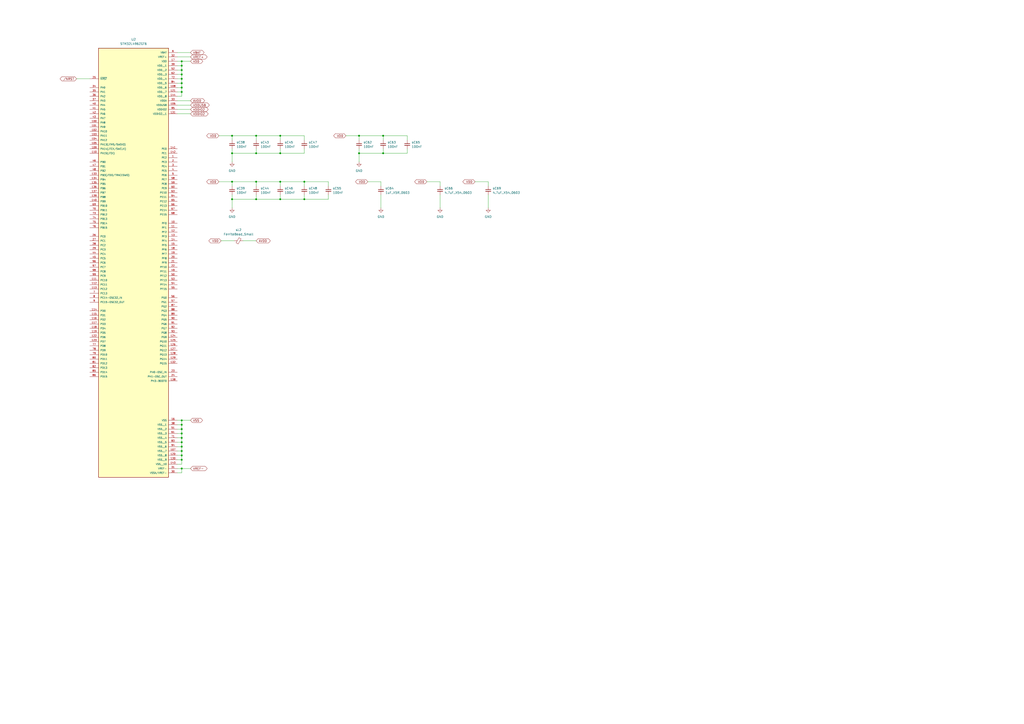
<source format=kicad_sch>
(kicad_sch
	(version 20250114)
	(generator "eeschema")
	(generator_version "9.0")
	(uuid "31ac7baf-7f24-48e2-8b86-fd42a62021e6")
	(paper "A2")
	(lib_symbols
		(symbol "Device:C_Small"
			(pin_numbers
				(hide yes)
			)
			(pin_names
				(offset 0.254)
				(hide yes)
			)
			(exclude_from_sim no)
			(in_bom yes)
			(on_board yes)
			(property "Reference" "C"
				(at 0.254 1.778 0)
				(effects
					(font
						(size 1.27 1.27)
					)
					(justify left)
				)
			)
			(property "Value" "C_Small"
				(at 0.254 -2.032 0)
				(effects
					(font
						(size 1.27 1.27)
					)
					(justify left)
				)
			)
			(property "Footprint" ""
				(at 0 0 0)
				(effects
					(font
						(size 1.27 1.27)
					)
					(hide yes)
				)
			)
			(property "Datasheet" "~"
				(at 0 0 0)
				(effects
					(font
						(size 1.27 1.27)
					)
					(hide yes)
				)
			)
			(property "Description" "Unpolarized capacitor, small symbol"
				(at 0 0 0)
				(effects
					(font
						(size 1.27 1.27)
					)
					(hide yes)
				)
			)
			(property "ki_keywords" "capacitor cap"
				(at 0 0 0)
				(effects
					(font
						(size 1.27 1.27)
					)
					(hide yes)
				)
			)
			(property "ki_fp_filters" "C_*"
				(at 0 0 0)
				(effects
					(font
						(size 1.27 1.27)
					)
					(hide yes)
				)
			)
			(symbol "C_Small_0_1"
				(polyline
					(pts
						(xy -1.524 0.508) (xy 1.524 0.508)
					)
					(stroke
						(width 0.3048)
						(type default)
					)
					(fill
						(type none)
					)
				)
				(polyline
					(pts
						(xy -1.524 -0.508) (xy 1.524 -0.508)
					)
					(stroke
						(width 0.3302)
						(type default)
					)
					(fill
						(type none)
					)
				)
			)
			(symbol "C_Small_1_1"
				(pin passive line
					(at 0 2.54 270)
					(length 2.032)
					(name "~"
						(effects
							(font
								(size 1.27 1.27)
							)
						)
					)
					(number "1"
						(effects
							(font
								(size 1.27 1.27)
							)
						)
					)
				)
				(pin passive line
					(at 0 -2.54 90)
					(length 2.032)
					(name "~"
						(effects
							(font
								(size 1.27 1.27)
							)
						)
					)
					(number "2"
						(effects
							(font
								(size 1.27 1.27)
							)
						)
					)
				)
			)
			(embedded_fonts no)
		)
		(symbol "Device:FerriteBead_Small"
			(pin_numbers
				(hide yes)
			)
			(pin_names
				(offset 0)
			)
			(exclude_from_sim no)
			(in_bom yes)
			(on_board yes)
			(property "Reference" "FB"
				(at 1.905 1.27 0)
				(effects
					(font
						(size 1.27 1.27)
					)
					(justify left)
				)
			)
			(property "Value" "FerriteBead_Small"
				(at 1.905 -1.27 0)
				(effects
					(font
						(size 1.27 1.27)
					)
					(justify left)
				)
			)
			(property "Footprint" ""
				(at -1.778 0 90)
				(effects
					(font
						(size 1.27 1.27)
					)
					(hide yes)
				)
			)
			(property "Datasheet" "~"
				(at 0 0 0)
				(effects
					(font
						(size 1.27 1.27)
					)
					(hide yes)
				)
			)
			(property "Description" "Ferrite bead, small symbol"
				(at 0 0 0)
				(effects
					(font
						(size 1.27 1.27)
					)
					(hide yes)
				)
			)
			(property "ki_keywords" "L ferrite bead inductor filter"
				(at 0 0 0)
				(effects
					(font
						(size 1.27 1.27)
					)
					(hide yes)
				)
			)
			(property "ki_fp_filters" "Inductor_* L_* *Ferrite*"
				(at 0 0 0)
				(effects
					(font
						(size 1.27 1.27)
					)
					(hide yes)
				)
			)
			(symbol "FerriteBead_Small_0_1"
				(polyline
					(pts
						(xy -1.8288 0.2794) (xy -1.1176 1.4986) (xy 1.8288 -0.2032) (xy 1.1176 -1.4224) (xy -1.8288 0.2794)
					)
					(stroke
						(width 0)
						(type default)
					)
					(fill
						(type none)
					)
				)
				(polyline
					(pts
						(xy 0 0.889) (xy 0 1.2954)
					)
					(stroke
						(width 0)
						(type default)
					)
					(fill
						(type none)
					)
				)
				(polyline
					(pts
						(xy 0 -1.27) (xy 0 -0.7874)
					)
					(stroke
						(width 0)
						(type default)
					)
					(fill
						(type none)
					)
				)
			)
			(symbol "FerriteBead_Small_1_1"
				(pin passive line
					(at 0 2.54 270)
					(length 1.27)
					(name "~"
						(effects
							(font
								(size 1.27 1.27)
							)
						)
					)
					(number "1"
						(effects
							(font
								(size 1.27 1.27)
							)
						)
					)
				)
				(pin passive line
					(at 0 -2.54 90)
					(length 1.27)
					(name "~"
						(effects
							(font
								(size 1.27 1.27)
							)
						)
					)
					(number "2"
						(effects
							(font
								(size 1.27 1.27)
							)
						)
					)
				)
			)
			(embedded_fonts no)
		)
		(symbol "STM32L496ZGT6:STM32L496ZGT6"
			(pin_names
				(offset 1.016)
			)
			(exclude_from_sim no)
			(in_bom yes)
			(on_board yes)
			(property "Reference" "U"
				(at -20.32 102.87 0)
				(effects
					(font
						(size 1.27 1.27)
					)
					(justify left bottom)
				)
			)
			(property "Value" "STM32L496ZGT6"
				(at -20.32 -151.13 0)
				(effects
					(font
						(size 1.27 1.27)
					)
					(justify left bottom)
				)
			)
			(property "Footprint" "STM32L496ZGT6:QFP50P2200X2200X160-144N"
				(at 0 0 0)
				(effects
					(font
						(size 1.27 1.27)
					)
					(justify bottom)
					(hide yes)
				)
			)
			(property "Datasheet" ""
				(at 0 0 0)
				(effects
					(font
						(size 1.27 1.27)
					)
					(hide yes)
				)
			)
			(property "Description" ""
				(at 0 0 0)
				(effects
					(font
						(size 1.27 1.27)
					)
					(hide yes)
				)
			)
			(property "PARTREV" "10"
				(at 0 0 0)
				(effects
					(font
						(size 1.27 1.27)
					)
					(justify bottom)
					(hide yes)
				)
			)
			(property "MANUFACTURER" "STMicroelectronics"
				(at 0 0 0)
				(effects
					(font
						(size 1.27 1.27)
					)
					(justify bottom)
					(hide yes)
				)
			)
			(property "MAXIMUM_PACKAGE_HEIGHT" "1.6 mm"
				(at 0 0 0)
				(effects
					(font
						(size 1.27 1.27)
					)
					(justify bottom)
					(hide yes)
				)
			)
			(property "STANDARD" "IPC 7351B"
				(at 0 0 0)
				(effects
					(font
						(size 1.27 1.27)
					)
					(justify bottom)
					(hide yes)
				)
			)
			(symbol "STM32L496ZGT6_0_0"
				(rectangle
					(start -20.32 -147.32)
					(end 20.32 101.6)
					(stroke
						(width 0.254)
						(type default)
					)
					(fill
						(type background)
					)
				)
				(pin bidirectional line
					(at -25.4 83.82 0)
					(length 5.08)
					(name "~{NRST}"
						(effects
							(font
								(size 1.016 1.016)
							)
						)
					)
					(number "25"
						(effects
							(font
								(size 1.016 1.016)
							)
						)
					)
				)
				(pin bidirectional line
					(at -25.4 78.74 0)
					(length 5.08)
					(name "PA0"
						(effects
							(font
								(size 1.016 1.016)
							)
						)
					)
					(number "34"
						(effects
							(font
								(size 1.016 1.016)
							)
						)
					)
				)
				(pin bidirectional line
					(at -25.4 76.2 0)
					(length 5.08)
					(name "PA1"
						(effects
							(font
								(size 1.016 1.016)
							)
						)
					)
					(number "35"
						(effects
							(font
								(size 1.016 1.016)
							)
						)
					)
				)
				(pin bidirectional line
					(at -25.4 73.66 0)
					(length 5.08)
					(name "PA2"
						(effects
							(font
								(size 1.016 1.016)
							)
						)
					)
					(number "36"
						(effects
							(font
								(size 1.016 1.016)
							)
						)
					)
				)
				(pin bidirectional line
					(at -25.4 71.12 0)
					(length 5.08)
					(name "PA3"
						(effects
							(font
								(size 1.016 1.016)
							)
						)
					)
					(number "37"
						(effects
							(font
								(size 1.016 1.016)
							)
						)
					)
				)
				(pin bidirectional line
					(at -25.4 68.58 0)
					(length 5.08)
					(name "PA4"
						(effects
							(font
								(size 1.016 1.016)
							)
						)
					)
					(number "40"
						(effects
							(font
								(size 1.016 1.016)
							)
						)
					)
				)
				(pin bidirectional line
					(at -25.4 66.04 0)
					(length 5.08)
					(name "PA5"
						(effects
							(font
								(size 1.016 1.016)
							)
						)
					)
					(number "41"
						(effects
							(font
								(size 1.016 1.016)
							)
						)
					)
				)
				(pin bidirectional line
					(at -25.4 63.5 0)
					(length 5.08)
					(name "PA6"
						(effects
							(font
								(size 1.016 1.016)
							)
						)
					)
					(number "42"
						(effects
							(font
								(size 1.016 1.016)
							)
						)
					)
				)
				(pin bidirectional line
					(at -25.4 60.96 0)
					(length 5.08)
					(name "PA7"
						(effects
							(font
								(size 1.016 1.016)
							)
						)
					)
					(number "43"
						(effects
							(font
								(size 1.016 1.016)
							)
						)
					)
				)
				(pin bidirectional line
					(at -25.4 58.42 0)
					(length 5.08)
					(name "PA8"
						(effects
							(font
								(size 1.016 1.016)
							)
						)
					)
					(number "100"
						(effects
							(font
								(size 1.016 1.016)
							)
						)
					)
				)
				(pin bidirectional line
					(at -25.4 55.88 0)
					(length 5.08)
					(name "PA9"
						(effects
							(font
								(size 1.016 1.016)
							)
						)
					)
					(number "101"
						(effects
							(font
								(size 1.016 1.016)
							)
						)
					)
				)
				(pin bidirectional line
					(at -25.4 53.34 0)
					(length 5.08)
					(name "PA10"
						(effects
							(font
								(size 1.016 1.016)
							)
						)
					)
					(number "102"
						(effects
							(font
								(size 1.016 1.016)
							)
						)
					)
				)
				(pin bidirectional line
					(at -25.4 50.8 0)
					(length 5.08)
					(name "PA11"
						(effects
							(font
								(size 1.016 1.016)
							)
						)
					)
					(number "103"
						(effects
							(font
								(size 1.016 1.016)
							)
						)
					)
				)
				(pin bidirectional line
					(at -25.4 48.26 0)
					(length 5.08)
					(name "PA12"
						(effects
							(font
								(size 1.016 1.016)
							)
						)
					)
					(number "104"
						(effects
							(font
								(size 1.016 1.016)
							)
						)
					)
				)
				(pin bidirectional line
					(at -25.4 45.72 0)
					(length 5.08)
					(name "PA13(JTMS/SWDIO)"
						(effects
							(font
								(size 1.016 1.016)
							)
						)
					)
					(number "105"
						(effects
							(font
								(size 1.016 1.016)
							)
						)
					)
				)
				(pin bidirectional line
					(at -25.4 43.18 0)
					(length 5.08)
					(name "PA14(JTCK/SWCLK)"
						(effects
							(font
								(size 1.016 1.016)
							)
						)
					)
					(number "109"
						(effects
							(font
								(size 1.016 1.016)
							)
						)
					)
				)
				(pin bidirectional line
					(at -25.4 40.64 0)
					(length 5.08)
					(name "PA15(JTDI)"
						(effects
							(font
								(size 1.016 1.016)
							)
						)
					)
					(number "110"
						(effects
							(font
								(size 1.016 1.016)
							)
						)
					)
				)
				(pin bidirectional line
					(at -25.4 35.56 0)
					(length 5.08)
					(name "PB0"
						(effects
							(font
								(size 1.016 1.016)
							)
						)
					)
					(number "46"
						(effects
							(font
								(size 1.016 1.016)
							)
						)
					)
				)
				(pin bidirectional line
					(at -25.4 33.02 0)
					(length 5.08)
					(name "PB1"
						(effects
							(font
								(size 1.016 1.016)
							)
						)
					)
					(number "47"
						(effects
							(font
								(size 1.016 1.016)
							)
						)
					)
				)
				(pin bidirectional line
					(at -25.4 30.48 0)
					(length 5.08)
					(name "PB2"
						(effects
							(font
								(size 1.016 1.016)
							)
						)
					)
					(number "48"
						(effects
							(font
								(size 1.016 1.016)
							)
						)
					)
				)
				(pin bidirectional line
					(at -25.4 27.94 0)
					(length 5.08)
					(name "PB3(JTDO/TRACESWO)"
						(effects
							(font
								(size 1.016 1.016)
							)
						)
					)
					(number "133"
						(effects
							(font
								(size 1.016 1.016)
							)
						)
					)
				)
				(pin bidirectional line
					(at -25.4 25.4 0)
					(length 5.08)
					(name "PB4"
						(effects
							(font
								(size 1.016 1.016)
							)
						)
					)
					(number "134"
						(effects
							(font
								(size 1.016 1.016)
							)
						)
					)
				)
				(pin bidirectional line
					(at -25.4 22.86 0)
					(length 5.08)
					(name "PB5"
						(effects
							(font
								(size 1.016 1.016)
							)
						)
					)
					(number "135"
						(effects
							(font
								(size 1.016 1.016)
							)
						)
					)
				)
				(pin bidirectional line
					(at -25.4 20.32 0)
					(length 5.08)
					(name "PB6"
						(effects
							(font
								(size 1.016 1.016)
							)
						)
					)
					(number "136"
						(effects
							(font
								(size 1.016 1.016)
							)
						)
					)
				)
				(pin bidirectional line
					(at -25.4 17.78 0)
					(length 5.08)
					(name "PB7"
						(effects
							(font
								(size 1.016 1.016)
							)
						)
					)
					(number "137"
						(effects
							(font
								(size 1.016 1.016)
							)
						)
					)
				)
				(pin bidirectional line
					(at -25.4 15.24 0)
					(length 5.08)
					(name "PB8"
						(effects
							(font
								(size 1.016 1.016)
							)
						)
					)
					(number "139"
						(effects
							(font
								(size 1.016 1.016)
							)
						)
					)
				)
				(pin bidirectional line
					(at -25.4 12.7 0)
					(length 5.08)
					(name "PB9"
						(effects
							(font
								(size 1.016 1.016)
							)
						)
					)
					(number "140"
						(effects
							(font
								(size 1.016 1.016)
							)
						)
					)
				)
				(pin bidirectional line
					(at -25.4 10.16 0)
					(length 5.08)
					(name "PB10"
						(effects
							(font
								(size 1.016 1.016)
							)
						)
					)
					(number "69"
						(effects
							(font
								(size 1.016 1.016)
							)
						)
					)
				)
				(pin bidirectional line
					(at -25.4 7.62 0)
					(length 5.08)
					(name "PB11"
						(effects
							(font
								(size 1.016 1.016)
							)
						)
					)
					(number "70"
						(effects
							(font
								(size 1.016 1.016)
							)
						)
					)
				)
				(pin bidirectional line
					(at -25.4 5.08 0)
					(length 5.08)
					(name "PB12"
						(effects
							(font
								(size 1.016 1.016)
							)
						)
					)
					(number "73"
						(effects
							(font
								(size 1.016 1.016)
							)
						)
					)
				)
				(pin bidirectional line
					(at -25.4 2.54 0)
					(length 5.08)
					(name "PB13"
						(effects
							(font
								(size 1.016 1.016)
							)
						)
					)
					(number "74"
						(effects
							(font
								(size 1.016 1.016)
							)
						)
					)
				)
				(pin bidirectional line
					(at -25.4 0 0)
					(length 5.08)
					(name "PB14"
						(effects
							(font
								(size 1.016 1.016)
							)
						)
					)
					(number "75"
						(effects
							(font
								(size 1.016 1.016)
							)
						)
					)
				)
				(pin bidirectional line
					(at -25.4 -2.54 0)
					(length 5.08)
					(name "PB15"
						(effects
							(font
								(size 1.016 1.016)
							)
						)
					)
					(number "76"
						(effects
							(font
								(size 1.016 1.016)
							)
						)
					)
				)
				(pin bidirectional line
					(at -25.4 -7.62 0)
					(length 5.08)
					(name "PC0"
						(effects
							(font
								(size 1.016 1.016)
							)
						)
					)
					(number "26"
						(effects
							(font
								(size 1.016 1.016)
							)
						)
					)
				)
				(pin bidirectional line
					(at -25.4 -10.16 0)
					(length 5.08)
					(name "PC1"
						(effects
							(font
								(size 1.016 1.016)
							)
						)
					)
					(number "27"
						(effects
							(font
								(size 1.016 1.016)
							)
						)
					)
				)
				(pin bidirectional line
					(at -25.4 -12.7 0)
					(length 5.08)
					(name "PC2"
						(effects
							(font
								(size 1.016 1.016)
							)
						)
					)
					(number "28"
						(effects
							(font
								(size 1.016 1.016)
							)
						)
					)
				)
				(pin bidirectional line
					(at -25.4 -15.24 0)
					(length 5.08)
					(name "PC3"
						(effects
							(font
								(size 1.016 1.016)
							)
						)
					)
					(number "29"
						(effects
							(font
								(size 1.016 1.016)
							)
						)
					)
				)
				(pin bidirectional line
					(at -25.4 -17.78 0)
					(length 5.08)
					(name "PC4"
						(effects
							(font
								(size 1.016 1.016)
							)
						)
					)
					(number "44"
						(effects
							(font
								(size 1.016 1.016)
							)
						)
					)
				)
				(pin bidirectional line
					(at -25.4 -20.32 0)
					(length 5.08)
					(name "PC5"
						(effects
							(font
								(size 1.016 1.016)
							)
						)
					)
					(number "45"
						(effects
							(font
								(size 1.016 1.016)
							)
						)
					)
				)
				(pin bidirectional line
					(at -25.4 -22.86 0)
					(length 5.08)
					(name "PC6"
						(effects
							(font
								(size 1.016 1.016)
							)
						)
					)
					(number "96"
						(effects
							(font
								(size 1.016 1.016)
							)
						)
					)
				)
				(pin bidirectional line
					(at -25.4 -25.4 0)
					(length 5.08)
					(name "PC7"
						(effects
							(font
								(size 1.016 1.016)
							)
						)
					)
					(number "97"
						(effects
							(font
								(size 1.016 1.016)
							)
						)
					)
				)
				(pin bidirectional line
					(at -25.4 -27.94 0)
					(length 5.08)
					(name "PC8"
						(effects
							(font
								(size 1.016 1.016)
							)
						)
					)
					(number "98"
						(effects
							(font
								(size 1.016 1.016)
							)
						)
					)
				)
				(pin bidirectional line
					(at -25.4 -30.48 0)
					(length 5.08)
					(name "PC9"
						(effects
							(font
								(size 1.016 1.016)
							)
						)
					)
					(number "99"
						(effects
							(font
								(size 1.016 1.016)
							)
						)
					)
				)
				(pin bidirectional line
					(at -25.4 -33.02 0)
					(length 5.08)
					(name "PC10"
						(effects
							(font
								(size 1.016 1.016)
							)
						)
					)
					(number "111"
						(effects
							(font
								(size 1.016 1.016)
							)
						)
					)
				)
				(pin bidirectional line
					(at -25.4 -35.56 0)
					(length 5.08)
					(name "PC11"
						(effects
							(font
								(size 1.016 1.016)
							)
						)
					)
					(number "112"
						(effects
							(font
								(size 1.016 1.016)
							)
						)
					)
				)
				(pin bidirectional line
					(at -25.4 -38.1 0)
					(length 5.08)
					(name "PC12"
						(effects
							(font
								(size 1.016 1.016)
							)
						)
					)
					(number "113"
						(effects
							(font
								(size 1.016 1.016)
							)
						)
					)
				)
				(pin bidirectional line
					(at -25.4 -40.64 0)
					(length 5.08)
					(name "PC13"
						(effects
							(font
								(size 1.016 1.016)
							)
						)
					)
					(number "7"
						(effects
							(font
								(size 1.016 1.016)
							)
						)
					)
				)
				(pin bidirectional line
					(at -25.4 -43.18 0)
					(length 5.08)
					(name "PC14-OSC32_IN"
						(effects
							(font
								(size 1.016 1.016)
							)
						)
					)
					(number "8"
						(effects
							(font
								(size 1.016 1.016)
							)
						)
					)
				)
				(pin bidirectional line
					(at -25.4 -45.72 0)
					(length 5.08)
					(name "PC15-OSC32_OUT"
						(effects
							(font
								(size 1.016 1.016)
							)
						)
					)
					(number "9"
						(effects
							(font
								(size 1.016 1.016)
							)
						)
					)
				)
				(pin bidirectional line
					(at -25.4 -50.8 0)
					(length 5.08)
					(name "PD0"
						(effects
							(font
								(size 1.016 1.016)
							)
						)
					)
					(number "114"
						(effects
							(font
								(size 1.016 1.016)
							)
						)
					)
				)
				(pin bidirectional line
					(at -25.4 -53.34 0)
					(length 5.08)
					(name "PD1"
						(effects
							(font
								(size 1.016 1.016)
							)
						)
					)
					(number "115"
						(effects
							(font
								(size 1.016 1.016)
							)
						)
					)
				)
				(pin bidirectional line
					(at -25.4 -55.88 0)
					(length 5.08)
					(name "PD2"
						(effects
							(font
								(size 1.016 1.016)
							)
						)
					)
					(number "116"
						(effects
							(font
								(size 1.016 1.016)
							)
						)
					)
				)
				(pin bidirectional line
					(at -25.4 -58.42 0)
					(length 5.08)
					(name "PD3"
						(effects
							(font
								(size 1.016 1.016)
							)
						)
					)
					(number "117"
						(effects
							(font
								(size 1.016 1.016)
							)
						)
					)
				)
				(pin bidirectional line
					(at -25.4 -60.96 0)
					(length 5.08)
					(name "PD4"
						(effects
							(font
								(size 1.016 1.016)
							)
						)
					)
					(number "118"
						(effects
							(font
								(size 1.016 1.016)
							)
						)
					)
				)
				(pin bidirectional line
					(at -25.4 -63.5 0)
					(length 5.08)
					(name "PD5"
						(effects
							(font
								(size 1.016 1.016)
							)
						)
					)
					(number "119"
						(effects
							(font
								(size 1.016 1.016)
							)
						)
					)
				)
				(pin bidirectional line
					(at -25.4 -66.04 0)
					(length 5.08)
					(name "PD6"
						(effects
							(font
								(size 1.016 1.016)
							)
						)
					)
					(number "122"
						(effects
							(font
								(size 1.016 1.016)
							)
						)
					)
				)
				(pin bidirectional line
					(at -25.4 -68.58 0)
					(length 5.08)
					(name "PD7"
						(effects
							(font
								(size 1.016 1.016)
							)
						)
					)
					(number "123"
						(effects
							(font
								(size 1.016 1.016)
							)
						)
					)
				)
				(pin bidirectional line
					(at -25.4 -71.12 0)
					(length 5.08)
					(name "PD8"
						(effects
							(font
								(size 1.016 1.016)
							)
						)
					)
					(number "77"
						(effects
							(font
								(size 1.016 1.016)
							)
						)
					)
				)
				(pin bidirectional line
					(at -25.4 -73.66 0)
					(length 5.08)
					(name "PD9"
						(effects
							(font
								(size 1.016 1.016)
							)
						)
					)
					(number "78"
						(effects
							(font
								(size 1.016 1.016)
							)
						)
					)
				)
				(pin bidirectional line
					(at -25.4 -76.2 0)
					(length 5.08)
					(name "PD10"
						(effects
							(font
								(size 1.016 1.016)
							)
						)
					)
					(number "79"
						(effects
							(font
								(size 1.016 1.016)
							)
						)
					)
				)
				(pin bidirectional line
					(at -25.4 -78.74 0)
					(length 5.08)
					(name "PD11"
						(effects
							(font
								(size 1.016 1.016)
							)
						)
					)
					(number "80"
						(effects
							(font
								(size 1.016 1.016)
							)
						)
					)
				)
				(pin bidirectional line
					(at -25.4 -81.28 0)
					(length 5.08)
					(name "PD12"
						(effects
							(font
								(size 1.016 1.016)
							)
						)
					)
					(number "81"
						(effects
							(font
								(size 1.016 1.016)
							)
						)
					)
				)
				(pin bidirectional line
					(at -25.4 -83.82 0)
					(length 5.08)
					(name "PD13"
						(effects
							(font
								(size 1.016 1.016)
							)
						)
					)
					(number "82"
						(effects
							(font
								(size 1.016 1.016)
							)
						)
					)
				)
				(pin bidirectional line
					(at -25.4 -86.36 0)
					(length 5.08)
					(name "PD14"
						(effects
							(font
								(size 1.016 1.016)
							)
						)
					)
					(number "85"
						(effects
							(font
								(size 1.016 1.016)
							)
						)
					)
				)
				(pin bidirectional line
					(at -25.4 -88.9 0)
					(length 5.08)
					(name "PD15"
						(effects
							(font
								(size 1.016 1.016)
							)
						)
					)
					(number "86"
						(effects
							(font
								(size 1.016 1.016)
							)
						)
					)
				)
				(pin power_in line
					(at 25.4 99.06 180)
					(length 5.08)
					(name "VBAT"
						(effects
							(font
								(size 1.016 1.016)
							)
						)
					)
					(number "6"
						(effects
							(font
								(size 1.016 1.016)
							)
						)
					)
				)
				(pin power_in line
					(at 25.4 96.52 180)
					(length 5.08)
					(name "VREF+"
						(effects
							(font
								(size 1.016 1.016)
							)
						)
					)
					(number "32"
						(effects
							(font
								(size 1.016 1.016)
							)
						)
					)
				)
				(pin power_in line
					(at 25.4 93.98 180)
					(length 5.08)
					(name "VDD"
						(effects
							(font
								(size 1.016 1.016)
							)
						)
					)
					(number "17"
						(effects
							(font
								(size 1.016 1.016)
							)
						)
					)
				)
				(pin power_in line
					(at 25.4 91.44 180)
					(length 5.08)
					(name "VDD__1"
						(effects
							(font
								(size 1.016 1.016)
							)
						)
					)
					(number "39"
						(effects
							(font
								(size 1.016 1.016)
							)
						)
					)
				)
				(pin power_in line
					(at 25.4 88.9 180)
					(length 5.08)
					(name "VDD__2"
						(effects
							(font
								(size 1.016 1.016)
							)
						)
					)
					(number "52"
						(effects
							(font
								(size 1.016 1.016)
							)
						)
					)
				)
				(pin power_in line
					(at 25.4 86.36 180)
					(length 5.08)
					(name "VDD__3"
						(effects
							(font
								(size 1.016 1.016)
							)
						)
					)
					(number "62"
						(effects
							(font
								(size 1.016 1.016)
							)
						)
					)
				)
				(pin power_in line
					(at 25.4 83.82 180)
					(length 5.08)
					(name "VDD__4"
						(effects
							(font
								(size 1.016 1.016)
							)
						)
					)
					(number "72"
						(effects
							(font
								(size 1.016 1.016)
							)
						)
					)
				)
				(pin power_in line
					(at 25.4 81.28 180)
					(length 5.08)
					(name "VDD__5"
						(effects
							(font
								(size 1.016 1.016)
							)
						)
					)
					(number "84"
						(effects
							(font
								(size 1.016 1.016)
							)
						)
					)
				)
				(pin power_in line
					(at 25.4 78.74 180)
					(length 5.08)
					(name "VDD__6"
						(effects
							(font
								(size 1.016 1.016)
							)
						)
					)
					(number "108"
						(effects
							(font
								(size 1.016 1.016)
							)
						)
					)
				)
				(pin power_in line
					(at 25.4 76.2 180)
					(length 5.08)
					(name "VDD__7"
						(effects
							(font
								(size 1.016 1.016)
							)
						)
					)
					(number "121"
						(effects
							(font
								(size 1.016 1.016)
							)
						)
					)
				)
				(pin power_in line
					(at 25.4 73.66 180)
					(length 5.08)
					(name "VDD__8"
						(effects
							(font
								(size 1.016 1.016)
							)
						)
					)
					(number "144"
						(effects
							(font
								(size 1.016 1.016)
							)
						)
					)
				)
				(pin power_in line
					(at 25.4 71.12 180)
					(length 5.08)
					(name "VDDA"
						(effects
							(font
								(size 1.016 1.016)
							)
						)
					)
					(number "33"
						(effects
							(font
								(size 1.016 1.016)
							)
						)
					)
				)
				(pin power_in line
					(at 25.4 68.58 180)
					(length 5.08)
					(name "VDDUSB"
						(effects
							(font
								(size 1.016 1.016)
							)
						)
					)
					(number "106"
						(effects
							(font
								(size 1.016 1.016)
							)
						)
					)
				)
				(pin power_in line
					(at 25.4 66.04 180)
					(length 5.08)
					(name "VDDIO2"
						(effects
							(font
								(size 1.016 1.016)
							)
						)
					)
					(number "95"
						(effects
							(font
								(size 1.016 1.016)
							)
						)
					)
				)
				(pin power_in line
					(at 25.4 63.5 180)
					(length 5.08)
					(name "VDDIO2__1"
						(effects
							(font
								(size 1.016 1.016)
							)
						)
					)
					(number "131"
						(effects
							(font
								(size 1.016 1.016)
							)
						)
					)
				)
				(pin bidirectional line
					(at 25.4 43.18 180)
					(length 5.08)
					(name "PE0"
						(effects
							(font
								(size 1.016 1.016)
							)
						)
					)
					(number "141"
						(effects
							(font
								(size 1.016 1.016)
							)
						)
					)
				)
				(pin bidirectional line
					(at 25.4 40.64 180)
					(length 5.08)
					(name "PE1"
						(effects
							(font
								(size 1.016 1.016)
							)
						)
					)
					(number "142"
						(effects
							(font
								(size 1.016 1.016)
							)
						)
					)
				)
				(pin bidirectional line
					(at 25.4 38.1 180)
					(length 5.08)
					(name "PE2"
						(effects
							(font
								(size 1.016 1.016)
							)
						)
					)
					(number "1"
						(effects
							(font
								(size 1.016 1.016)
							)
						)
					)
				)
				(pin bidirectional line
					(at 25.4 35.56 180)
					(length 5.08)
					(name "PE3"
						(effects
							(font
								(size 1.016 1.016)
							)
						)
					)
					(number "2"
						(effects
							(font
								(size 1.016 1.016)
							)
						)
					)
				)
				(pin bidirectional line
					(at 25.4 33.02 180)
					(length 5.08)
					(name "PE4"
						(effects
							(font
								(size 1.016 1.016)
							)
						)
					)
					(number "3"
						(effects
							(font
								(size 1.016 1.016)
							)
						)
					)
				)
				(pin bidirectional line
					(at 25.4 30.48 180)
					(length 5.08)
					(name "PE5"
						(effects
							(font
								(size 1.016 1.016)
							)
						)
					)
					(number "4"
						(effects
							(font
								(size 1.016 1.016)
							)
						)
					)
				)
				(pin bidirectional line
					(at 25.4 27.94 180)
					(length 5.08)
					(name "PE6"
						(effects
							(font
								(size 1.016 1.016)
							)
						)
					)
					(number "5"
						(effects
							(font
								(size 1.016 1.016)
							)
						)
					)
				)
				(pin bidirectional line
					(at 25.4 25.4 180)
					(length 5.08)
					(name "PE7"
						(effects
							(font
								(size 1.016 1.016)
							)
						)
					)
					(number "58"
						(effects
							(font
								(size 1.016 1.016)
							)
						)
					)
				)
				(pin bidirectional line
					(at 25.4 22.86 180)
					(length 5.08)
					(name "PE8"
						(effects
							(font
								(size 1.016 1.016)
							)
						)
					)
					(number "59"
						(effects
							(font
								(size 1.016 1.016)
							)
						)
					)
				)
				(pin bidirectional line
					(at 25.4 20.32 180)
					(length 5.08)
					(name "PE9"
						(effects
							(font
								(size 1.016 1.016)
							)
						)
					)
					(number "60"
						(effects
							(font
								(size 1.016 1.016)
							)
						)
					)
				)
				(pin bidirectional line
					(at 25.4 17.78 180)
					(length 5.08)
					(name "PE10"
						(effects
							(font
								(size 1.016 1.016)
							)
						)
					)
					(number "63"
						(effects
							(font
								(size 1.016 1.016)
							)
						)
					)
				)
				(pin bidirectional line
					(at 25.4 15.24 180)
					(length 5.08)
					(name "PE11"
						(effects
							(font
								(size 1.016 1.016)
							)
						)
					)
					(number "64"
						(effects
							(font
								(size 1.016 1.016)
							)
						)
					)
				)
				(pin bidirectional line
					(at 25.4 12.7 180)
					(length 5.08)
					(name "PE12"
						(effects
							(font
								(size 1.016 1.016)
							)
						)
					)
					(number "65"
						(effects
							(font
								(size 1.016 1.016)
							)
						)
					)
				)
				(pin bidirectional line
					(at 25.4 10.16 180)
					(length 5.08)
					(name "PE13"
						(effects
							(font
								(size 1.016 1.016)
							)
						)
					)
					(number "66"
						(effects
							(font
								(size 1.016 1.016)
							)
						)
					)
				)
				(pin bidirectional line
					(at 25.4 7.62 180)
					(length 5.08)
					(name "PE14"
						(effects
							(font
								(size 1.016 1.016)
							)
						)
					)
					(number "67"
						(effects
							(font
								(size 1.016 1.016)
							)
						)
					)
				)
				(pin bidirectional line
					(at 25.4 5.08 180)
					(length 5.08)
					(name "PE15"
						(effects
							(font
								(size 1.016 1.016)
							)
						)
					)
					(number "68"
						(effects
							(font
								(size 1.016 1.016)
							)
						)
					)
				)
				(pin bidirectional line
					(at 25.4 0 180)
					(length 5.08)
					(name "PF0"
						(effects
							(font
								(size 1.016 1.016)
							)
						)
					)
					(number "10"
						(effects
							(font
								(size 1.016 1.016)
							)
						)
					)
				)
				(pin bidirectional line
					(at 25.4 -2.54 180)
					(length 5.08)
					(name "PF1"
						(effects
							(font
								(size 1.016 1.016)
							)
						)
					)
					(number "11"
						(effects
							(font
								(size 1.016 1.016)
							)
						)
					)
				)
				(pin bidirectional line
					(at 25.4 -5.08 180)
					(length 5.08)
					(name "PF2"
						(effects
							(font
								(size 1.016 1.016)
							)
						)
					)
					(number "12"
						(effects
							(font
								(size 1.016 1.016)
							)
						)
					)
				)
				(pin bidirectional line
					(at 25.4 -7.62 180)
					(length 5.08)
					(name "PF3"
						(effects
							(font
								(size 1.016 1.016)
							)
						)
					)
					(number "13"
						(effects
							(font
								(size 1.016 1.016)
							)
						)
					)
				)
				(pin bidirectional line
					(at 25.4 -10.16 180)
					(length 5.08)
					(name "PF4"
						(effects
							(font
								(size 1.016 1.016)
							)
						)
					)
					(number "14"
						(effects
							(font
								(size 1.016 1.016)
							)
						)
					)
				)
				(pin bidirectional line
					(at 25.4 -12.7 180)
					(length 5.08)
					(name "PF5"
						(effects
							(font
								(size 1.016 1.016)
							)
						)
					)
					(number "15"
						(effects
							(font
								(size 1.016 1.016)
							)
						)
					)
				)
				(pin bidirectional line
					(at 25.4 -15.24 180)
					(length 5.08)
					(name "PF6"
						(effects
							(font
								(size 1.016 1.016)
							)
						)
					)
					(number "18"
						(effects
							(font
								(size 1.016 1.016)
							)
						)
					)
				)
				(pin bidirectional line
					(at 25.4 -17.78 180)
					(length 5.08)
					(name "PF7"
						(effects
							(font
								(size 1.016 1.016)
							)
						)
					)
					(number "19"
						(effects
							(font
								(size 1.016 1.016)
							)
						)
					)
				)
				(pin bidirectional line
					(at 25.4 -20.32 180)
					(length 5.08)
					(name "PF8"
						(effects
							(font
								(size 1.016 1.016)
							)
						)
					)
					(number "20"
						(effects
							(font
								(size 1.016 1.016)
							)
						)
					)
				)
				(pin bidirectional line
					(at 25.4 -22.86 180)
					(length 5.08)
					(name "PF9"
						(effects
							(font
								(size 1.016 1.016)
							)
						)
					)
					(number "21"
						(effects
							(font
								(size 1.016 1.016)
							)
						)
					)
				)
				(pin bidirectional line
					(at 25.4 -25.4 180)
					(length 5.08)
					(name "PF10"
						(effects
							(font
								(size 1.016 1.016)
							)
						)
					)
					(number "22"
						(effects
							(font
								(size 1.016 1.016)
							)
						)
					)
				)
				(pin bidirectional line
					(at 25.4 -27.94 180)
					(length 5.08)
					(name "PF11"
						(effects
							(font
								(size 1.016 1.016)
							)
						)
					)
					(number "49"
						(effects
							(font
								(size 1.016 1.016)
							)
						)
					)
				)
				(pin bidirectional line
					(at 25.4 -30.48 180)
					(length 5.08)
					(name "PF12"
						(effects
							(font
								(size 1.016 1.016)
							)
						)
					)
					(number "50"
						(effects
							(font
								(size 1.016 1.016)
							)
						)
					)
				)
				(pin bidirectional line
					(at 25.4 -33.02 180)
					(length 5.08)
					(name "PF13"
						(effects
							(font
								(size 1.016 1.016)
							)
						)
					)
					(number "53"
						(effects
							(font
								(size 1.016 1.016)
							)
						)
					)
				)
				(pin bidirectional line
					(at 25.4 -35.56 180)
					(length 5.08)
					(name "PF14"
						(effects
							(font
								(size 1.016 1.016)
							)
						)
					)
					(number "54"
						(effects
							(font
								(size 1.016 1.016)
							)
						)
					)
				)
				(pin bidirectional line
					(at 25.4 -38.1 180)
					(length 5.08)
					(name "PF15"
						(effects
							(font
								(size 1.016 1.016)
							)
						)
					)
					(number "55"
						(effects
							(font
								(size 1.016 1.016)
							)
						)
					)
				)
				(pin bidirectional line
					(at 25.4 -43.18 180)
					(length 5.08)
					(name "PG0"
						(effects
							(font
								(size 1.016 1.016)
							)
						)
					)
					(number "56"
						(effects
							(font
								(size 1.016 1.016)
							)
						)
					)
				)
				(pin bidirectional line
					(at 25.4 -45.72 180)
					(length 5.08)
					(name "PG1"
						(effects
							(font
								(size 1.016 1.016)
							)
						)
					)
					(number "57"
						(effects
							(font
								(size 1.016 1.016)
							)
						)
					)
				)
				(pin bidirectional line
					(at 25.4 -48.26 180)
					(length 5.08)
					(name "PG2"
						(effects
							(font
								(size 1.016 1.016)
							)
						)
					)
					(number "87"
						(effects
							(font
								(size 1.016 1.016)
							)
						)
					)
				)
				(pin bidirectional line
					(at 25.4 -50.8 180)
					(length 5.08)
					(name "PG3"
						(effects
							(font
								(size 1.016 1.016)
							)
						)
					)
					(number "88"
						(effects
							(font
								(size 1.016 1.016)
							)
						)
					)
				)
				(pin bidirectional line
					(at 25.4 -53.34 180)
					(length 5.08)
					(name "PG4"
						(effects
							(font
								(size 1.016 1.016)
							)
						)
					)
					(number "89"
						(effects
							(font
								(size 1.016 1.016)
							)
						)
					)
				)
				(pin bidirectional line
					(at 25.4 -55.88 180)
					(length 5.08)
					(name "PG5"
						(effects
							(font
								(size 1.016 1.016)
							)
						)
					)
					(number "90"
						(effects
							(font
								(size 1.016 1.016)
							)
						)
					)
				)
				(pin bidirectional line
					(at 25.4 -58.42 180)
					(length 5.08)
					(name "PG6"
						(effects
							(font
								(size 1.016 1.016)
							)
						)
					)
					(number "91"
						(effects
							(font
								(size 1.016 1.016)
							)
						)
					)
				)
				(pin bidirectional line
					(at 25.4 -60.96 180)
					(length 5.08)
					(name "PG7"
						(effects
							(font
								(size 1.016 1.016)
							)
						)
					)
					(number "92"
						(effects
							(font
								(size 1.016 1.016)
							)
						)
					)
				)
				(pin bidirectional line
					(at 25.4 -63.5 180)
					(length 5.08)
					(name "PG8"
						(effects
							(font
								(size 1.016 1.016)
							)
						)
					)
					(number "93"
						(effects
							(font
								(size 1.016 1.016)
							)
						)
					)
				)
				(pin bidirectional line
					(at 25.4 -66.04 180)
					(length 5.08)
					(name "PG9"
						(effects
							(font
								(size 1.016 1.016)
							)
						)
					)
					(number "124"
						(effects
							(font
								(size 1.016 1.016)
							)
						)
					)
				)
				(pin bidirectional line
					(at 25.4 -68.58 180)
					(length 5.08)
					(name "PG10"
						(effects
							(font
								(size 1.016 1.016)
							)
						)
					)
					(number "125"
						(effects
							(font
								(size 1.016 1.016)
							)
						)
					)
				)
				(pin bidirectional line
					(at 25.4 -71.12 180)
					(length 5.08)
					(name "PG11"
						(effects
							(font
								(size 1.016 1.016)
							)
						)
					)
					(number "126"
						(effects
							(font
								(size 1.016 1.016)
							)
						)
					)
				)
				(pin bidirectional line
					(at 25.4 -73.66 180)
					(length 5.08)
					(name "PG12"
						(effects
							(font
								(size 1.016 1.016)
							)
						)
					)
					(number "127"
						(effects
							(font
								(size 1.016 1.016)
							)
						)
					)
				)
				(pin bidirectional line
					(at 25.4 -76.2 180)
					(length 5.08)
					(name "PG13"
						(effects
							(font
								(size 1.016 1.016)
							)
						)
					)
					(number "128"
						(effects
							(font
								(size 1.016 1.016)
							)
						)
					)
				)
				(pin bidirectional line
					(at 25.4 -78.74 180)
					(length 5.08)
					(name "PG14"
						(effects
							(font
								(size 1.016 1.016)
							)
						)
					)
					(number "129"
						(effects
							(font
								(size 1.016 1.016)
							)
						)
					)
				)
				(pin bidirectional line
					(at 25.4 -81.28 180)
					(length 5.08)
					(name "PG15"
						(effects
							(font
								(size 1.016 1.016)
							)
						)
					)
					(number "132"
						(effects
							(font
								(size 1.016 1.016)
							)
						)
					)
				)
				(pin bidirectional line
					(at 25.4 -86.36 180)
					(length 5.08)
					(name "PH0-OSC_IN"
						(effects
							(font
								(size 1.016 1.016)
							)
						)
					)
					(number "23"
						(effects
							(font
								(size 1.016 1.016)
							)
						)
					)
				)
				(pin bidirectional line
					(at 25.4 -88.9 180)
					(length 5.08)
					(name "PH1-OSC_OUT"
						(effects
							(font
								(size 1.016 1.016)
							)
						)
					)
					(number "24"
						(effects
							(font
								(size 1.016 1.016)
							)
						)
					)
				)
				(pin bidirectional line
					(at 25.4 -91.44 180)
					(length 5.08)
					(name "PH3-BOOT0"
						(effects
							(font
								(size 1.016 1.016)
							)
						)
					)
					(number "138"
						(effects
							(font
								(size 1.016 1.016)
							)
						)
					)
				)
				(pin power_in line
					(at 25.4 -114.3 180)
					(length 5.08)
					(name "VSS"
						(effects
							(font
								(size 1.016 1.016)
							)
						)
					)
					(number "16"
						(effects
							(font
								(size 1.016 1.016)
							)
						)
					)
				)
				(pin power_in line
					(at 25.4 -116.84 180)
					(length 5.08)
					(name "VSS__1"
						(effects
							(font
								(size 1.016 1.016)
							)
						)
					)
					(number "38"
						(effects
							(font
								(size 1.016 1.016)
							)
						)
					)
				)
				(pin power_in line
					(at 25.4 -119.38 180)
					(length 5.08)
					(name "VSS__2"
						(effects
							(font
								(size 1.016 1.016)
							)
						)
					)
					(number "51"
						(effects
							(font
								(size 1.016 1.016)
							)
						)
					)
				)
				(pin power_in line
					(at 25.4 -121.92 180)
					(length 5.08)
					(name "VSS__3"
						(effects
							(font
								(size 1.016 1.016)
							)
						)
					)
					(number "61"
						(effects
							(font
								(size 1.016 1.016)
							)
						)
					)
				)
				(pin power_in line
					(at 25.4 -124.46 180)
					(length 5.08)
					(name "VSS__4"
						(effects
							(font
								(size 1.016 1.016)
							)
						)
					)
					(number "71"
						(effects
							(font
								(size 1.016 1.016)
							)
						)
					)
				)
				(pin power_in line
					(at 25.4 -127 180)
					(length 5.08)
					(name "VSS__5"
						(effects
							(font
								(size 1.016 1.016)
							)
						)
					)
					(number "83"
						(effects
							(font
								(size 1.016 1.016)
							)
						)
					)
				)
				(pin power_in line
					(at 25.4 -129.54 180)
					(length 5.08)
					(name "VSS__6"
						(effects
							(font
								(size 1.016 1.016)
							)
						)
					)
					(number "94"
						(effects
							(font
								(size 1.016 1.016)
							)
						)
					)
				)
				(pin power_in line
					(at 25.4 -132.08 180)
					(length 5.08)
					(name "VSS__7"
						(effects
							(font
								(size 1.016 1.016)
							)
						)
					)
					(number "107"
						(effects
							(font
								(size 1.016 1.016)
							)
						)
					)
				)
				(pin power_in line
					(at 25.4 -134.62 180)
					(length 5.08)
					(name "VSS__8"
						(effects
							(font
								(size 1.016 1.016)
							)
						)
					)
					(number "120"
						(effects
							(font
								(size 1.016 1.016)
							)
						)
					)
				)
				(pin power_in line
					(at 25.4 -137.16 180)
					(length 5.08)
					(name "VSS__9"
						(effects
							(font
								(size 1.016 1.016)
							)
						)
					)
					(number "130"
						(effects
							(font
								(size 1.016 1.016)
							)
						)
					)
				)
				(pin power_in line
					(at 25.4 -139.7 180)
					(length 5.08)
					(name "VSS__10"
						(effects
							(font
								(size 1.016 1.016)
							)
						)
					)
					(number "143"
						(effects
							(font
								(size 1.016 1.016)
							)
						)
					)
				)
				(pin power_in line
					(at 25.4 -142.24 180)
					(length 5.08)
					(name "VREF-"
						(effects
							(font
								(size 1.016 1.016)
							)
						)
					)
					(number "31"
						(effects
							(font
								(size 1.016 1.016)
							)
						)
					)
				)
				(pin power_in line
					(at 25.4 -144.78 180)
					(length 5.08)
					(name "VSSA/VREF-"
						(effects
							(font
								(size 1.016 1.016)
							)
						)
					)
					(number "30"
						(effects
							(font
								(size 1.016 1.016)
							)
						)
					)
				)
			)
			(embedded_fonts no)
		)
		(symbol "power:GND"
			(power)
			(pin_numbers
				(hide yes)
			)
			(pin_names
				(offset 0)
				(hide yes)
			)
			(exclude_from_sim no)
			(in_bom yes)
			(on_board yes)
			(property "Reference" "#PWR"
				(at 0 -6.35 0)
				(effects
					(font
						(size 1.27 1.27)
					)
					(hide yes)
				)
			)
			(property "Value" "GND"
				(at 0 -3.81 0)
				(effects
					(font
						(size 1.27 1.27)
					)
				)
			)
			(property "Footprint" ""
				(at 0 0 0)
				(effects
					(font
						(size 1.27 1.27)
					)
					(hide yes)
				)
			)
			(property "Datasheet" ""
				(at 0 0 0)
				(effects
					(font
						(size 1.27 1.27)
					)
					(hide yes)
				)
			)
			(property "Description" "Power symbol creates a global label with name \"GND\" , ground"
				(at 0 0 0)
				(effects
					(font
						(size 1.27 1.27)
					)
					(hide yes)
				)
			)
			(property "ki_keywords" "global power"
				(at 0 0 0)
				(effects
					(font
						(size 1.27 1.27)
					)
					(hide yes)
				)
			)
			(symbol "GND_0_1"
				(polyline
					(pts
						(xy 0 0) (xy 0 -1.27) (xy 1.27 -1.27) (xy 0 -2.54) (xy -1.27 -1.27) (xy 0 -1.27)
					)
					(stroke
						(width 0)
						(type default)
					)
					(fill
						(type none)
					)
				)
			)
			(symbol "GND_1_1"
				(pin power_in line
					(at 0 0 270)
					(length 0)
					(name "~"
						(effects
							(font
								(size 1.27 1.27)
							)
						)
					)
					(number "1"
						(effects
							(font
								(size 1.27 1.27)
							)
						)
					)
				)
			)
			(embedded_fonts no)
		)
	)
	(junction
		(at 148.59 78.74)
		(diameter 0)
		(color 0 0 0 0)
		(uuid "01664a94-a734-49e8-9f52-50946136215d")
	)
	(junction
		(at 148.59 105.41)
		(diameter 0)
		(color 0 0 0 0)
		(uuid "175096cf-4951-467d-937a-59be11dd1a7d")
	)
	(junction
		(at 208.28 88.9)
		(diameter 0)
		(color 0 0 0 0)
		(uuid "225e598c-fb3f-4ab2-b47f-a25627822fd1")
	)
	(junction
		(at 105.41 256.54)
		(diameter 0)
		(color 0 0 0 0)
		(uuid "2adde78a-06e4-46dc-b744-36dbb5335cce")
	)
	(junction
		(at 105.41 53.34)
		(diameter 0)
		(color 0 0 0 0)
		(uuid "3971eb01-e47b-4831-9f09-dca0dbf2de2c")
	)
	(junction
		(at 105.41 251.46)
		(diameter 0)
		(color 0 0 0 0)
		(uuid "39b87d9e-85ac-4129-ba7d-ffca37cc9a55")
	)
	(junction
		(at 105.41 271.78)
		(diameter 0)
		(color 0 0 0 0)
		(uuid "3f381e3f-f24b-4f99-ac73-10655289935a")
	)
	(junction
		(at 105.41 259.08)
		(diameter 0)
		(color 0 0 0 0)
		(uuid "43232071-6a52-48a7-8dab-109593d5fba0")
	)
	(junction
		(at 105.41 246.38)
		(diameter 0)
		(color 0 0 0 0)
		(uuid "48ca5917-478c-4f80-9913-611919032df0")
	)
	(junction
		(at 105.41 243.84)
		(diameter 0)
		(color 0 0 0 0)
		(uuid "4f4b0532-03a9-4ca8-bef3-1eb921459855")
	)
	(junction
		(at 148.59 88.9)
		(diameter 0)
		(color 0 0 0 0)
		(uuid "6325e605-fb2d-41c0-aa34-ea62c9e3f4ba")
	)
	(junction
		(at 222.25 88.9)
		(diameter 0)
		(color 0 0 0 0)
		(uuid "6cae6ca2-a962-4eae-b575-b4bc53d8c5b2")
	)
	(junction
		(at 105.41 254)
		(diameter 0)
		(color 0 0 0 0)
		(uuid "8bcd536e-08ad-4742-9ee2-3b0f5206eb98")
	)
	(junction
		(at 105.41 43.18)
		(diameter 0)
		(color 0 0 0 0)
		(uuid "8df3f258-3fb0-4498-8b25-d6beab71b41a")
	)
	(junction
		(at 134.62 105.41)
		(diameter 0)
		(color 0 0 0 0)
		(uuid "8f3ef333-8ac6-4a7f-876e-659d3b3176a6")
	)
	(junction
		(at 105.41 45.72)
		(diameter 0)
		(color 0 0 0 0)
		(uuid "913a0f0b-740b-4499-89e6-919d5c2e97ee")
	)
	(junction
		(at 105.41 248.92)
		(diameter 0)
		(color 0 0 0 0)
		(uuid "9166b3cd-76ae-4276-a7d0-ffb6b823899a")
	)
	(junction
		(at 105.41 261.62)
		(diameter 0)
		(color 0 0 0 0)
		(uuid "9c5cfa0f-ee7e-47aa-8a60-207b93e7ea04")
	)
	(junction
		(at 105.41 35.56)
		(diameter 0)
		(color 0 0 0 0)
		(uuid "a14300bc-ff5a-4ce3-9db9-83f529c41493")
	)
	(junction
		(at 134.62 115.57)
		(diameter 0)
		(color 0 0 0 0)
		(uuid "a3586c5c-aea9-4a13-b891-b01d309c6321")
	)
	(junction
		(at 105.41 264.16)
		(diameter 0)
		(color 0 0 0 0)
		(uuid "a3eb842d-e754-4186-9e04-6b849e4da2ca")
	)
	(junction
		(at 134.62 88.9)
		(diameter 0)
		(color 0 0 0 0)
		(uuid "a78d087d-1d1d-4d71-b526-479a307a7513")
	)
	(junction
		(at 176.53 105.41)
		(diameter 0)
		(color 0 0 0 0)
		(uuid "af9a02e8-40b9-489f-af84-cc08adb788b9")
	)
	(junction
		(at 148.59 115.57)
		(diameter 0)
		(color 0 0 0 0)
		(uuid "b00f1ef7-7842-42a8-9d3a-02f4c2f5ca9d")
	)
	(junction
		(at 105.41 38.1)
		(diameter 0)
		(color 0 0 0 0)
		(uuid "b1c8702f-d31f-4b3d-9532-6990b5e513e7")
	)
	(junction
		(at 105.41 40.64)
		(diameter 0)
		(color 0 0 0 0)
		(uuid "b706fb60-547c-4665-9b73-9e1e9ca0cd6d")
	)
	(junction
		(at 134.62 78.74)
		(diameter 0)
		(color 0 0 0 0)
		(uuid "b79b9045-21c9-4643-8eff-1640665063ce")
	)
	(junction
		(at 105.41 266.7)
		(diameter 0)
		(color 0 0 0 0)
		(uuid "be4be478-ef9a-4d2f-9add-6dc79c585e21")
	)
	(junction
		(at 162.56 115.57)
		(diameter 0)
		(color 0 0 0 0)
		(uuid "c2e30497-41ed-4d55-a9ca-a996004d0745")
	)
	(junction
		(at 208.28 78.74)
		(diameter 0)
		(color 0 0 0 0)
		(uuid "d059992d-fded-43c9-b763-55c07d3786c6")
	)
	(junction
		(at 222.25 78.74)
		(diameter 0)
		(color 0 0 0 0)
		(uuid "d7f4f26a-c414-45f9-9a05-e841c17959d6")
	)
	(junction
		(at 162.56 78.74)
		(diameter 0)
		(color 0 0 0 0)
		(uuid "d8a1c979-0806-45d7-af30-fcedbfc1f326")
	)
	(junction
		(at 162.56 88.9)
		(diameter 0)
		(color 0 0 0 0)
		(uuid "dbb8cfa7-103e-4aa7-9e9e-ca17bd601494")
	)
	(junction
		(at 176.53 115.57)
		(diameter 0)
		(color 0 0 0 0)
		(uuid "e46b02ce-ad85-4841-a507-183b0e3d38cc")
	)
	(junction
		(at 162.56 105.41)
		(diameter 0)
		(color 0 0 0 0)
		(uuid "f66f3c8b-be58-47c1-b7db-e82adae5748e")
	)
	(junction
		(at 105.41 50.8)
		(diameter 0)
		(color 0 0 0 0)
		(uuid "f6803de0-ed1e-4015-a3d7-a7a5d98ada6c")
	)
	(junction
		(at 105.41 48.26)
		(diameter 0)
		(color 0 0 0 0)
		(uuid "fb11a8d3-e500-4530-b3db-903002a5f6ef")
	)
	(wire
		(pts
			(xy 102.87 60.96) (xy 110.49 60.96)
		)
		(stroke
			(width 0)
			(type default)
		)
		(uuid "021811f9-1002-43b8-b82d-af8620125b3a")
	)
	(wire
		(pts
			(xy 134.62 88.9) (xy 148.59 88.9)
		)
		(stroke
			(width 0)
			(type default)
		)
		(uuid "04f4b5e1-ac8b-4b0e-8a03-b372214d6c0a")
	)
	(wire
		(pts
			(xy 105.41 38.1) (xy 105.41 35.56)
		)
		(stroke
			(width 0)
			(type default)
		)
		(uuid "082ba9d8-dedb-4a28-94cf-01ca4f17f15d")
	)
	(wire
		(pts
			(xy 220.98 105.41) (xy 220.98 107.95)
		)
		(stroke
			(width 0)
			(type default)
		)
		(uuid "0aeb198a-1064-41f5-bd8a-c3d2bfe99f15")
	)
	(wire
		(pts
			(xy 176.53 105.41) (xy 190.5 105.41)
		)
		(stroke
			(width 0)
			(type default)
		)
		(uuid "0c5192af-71dc-4f4e-91c4-f43bf55d9d4d")
	)
	(wire
		(pts
			(xy 105.41 248.92) (xy 105.41 246.38)
		)
		(stroke
			(width 0)
			(type default)
		)
		(uuid "0eef461c-751f-4b26-8c46-2f38ad91e6d2")
	)
	(wire
		(pts
			(xy 134.62 105.41) (xy 134.62 107.95)
		)
		(stroke
			(width 0)
			(type default)
		)
		(uuid "11952087-e68b-4aa9-b5c1-45bf3907f45e")
	)
	(wire
		(pts
			(xy 102.87 40.64) (xy 105.41 40.64)
		)
		(stroke
			(width 0)
			(type default)
		)
		(uuid "12804155-d4bd-4add-b7e1-821807e64563")
	)
	(wire
		(pts
			(xy 148.59 78.74) (xy 148.59 81.28)
		)
		(stroke
			(width 0)
			(type default)
		)
		(uuid "16c177c6-953b-4654-b711-2a85dc6a1b27")
	)
	(wire
		(pts
			(xy 148.59 78.74) (xy 162.56 78.74)
		)
		(stroke
			(width 0)
			(type default)
		)
		(uuid "1c178913-bb28-4a9c-add9-562dc41b5716")
	)
	(wire
		(pts
			(xy 162.56 107.95) (xy 162.56 105.41)
		)
		(stroke
			(width 0)
			(type default)
		)
		(uuid "1d7bb57d-d757-4b99-b9ce-c8f37536837c")
	)
	(wire
		(pts
			(xy 162.56 115.57) (xy 176.53 115.57)
		)
		(stroke
			(width 0)
			(type default)
		)
		(uuid "1dc18b0a-a7eb-4532-b721-8446e946e9f8")
	)
	(wire
		(pts
			(xy 134.62 120.65) (xy 134.62 115.57)
		)
		(stroke
			(width 0)
			(type default)
		)
		(uuid "2006eb19-aef2-4ca0-ae88-eeb18b28b06f")
	)
	(wire
		(pts
			(xy 176.53 115.57) (xy 190.5 115.57)
		)
		(stroke
			(width 0)
			(type default)
		)
		(uuid "20139b41-4d83-4b4e-b100-0f3471bdec43")
	)
	(wire
		(pts
			(xy 220.98 113.03) (xy 220.98 120.65)
		)
		(stroke
			(width 0)
			(type default)
		)
		(uuid "21fb145d-7e2e-4062-addf-4e8231794a66")
	)
	(wire
		(pts
			(xy 102.87 33.02) (xy 110.49 33.02)
		)
		(stroke
			(width 0)
			(type default)
		)
		(uuid "2206c815-601f-4aa3-959e-71cb48246275")
	)
	(wire
		(pts
			(xy 247.65 105.41) (xy 255.27 105.41)
		)
		(stroke
			(width 0)
			(type default)
		)
		(uuid "25389a21-2f4f-483b-bb4c-18d35d2e9e4d")
	)
	(wire
		(pts
			(xy 162.56 88.9) (xy 176.53 88.9)
		)
		(stroke
			(width 0)
			(type default)
		)
		(uuid "25457fef-f112-4efb-b8a5-92f74668229b")
	)
	(wire
		(pts
			(xy 105.41 266.7) (xy 105.41 264.16)
		)
		(stroke
			(width 0)
			(type default)
		)
		(uuid "2d1fd861-c2cd-439d-a345-04d1b538f797")
	)
	(wire
		(pts
			(xy 148.59 88.9) (xy 148.59 86.36)
		)
		(stroke
			(width 0)
			(type default)
		)
		(uuid "2ec21c15-9ed5-4480-af82-0e3fedff4b64")
	)
	(wire
		(pts
			(xy 110.49 243.84) (xy 105.41 243.84)
		)
		(stroke
			(width 0)
			(type default)
		)
		(uuid "31854543-d3bd-4963-8169-9c485dc37af3")
	)
	(wire
		(pts
			(xy 148.59 115.57) (xy 148.59 113.03)
		)
		(stroke
			(width 0)
			(type default)
		)
		(uuid "3286ddff-ce81-4d98-843b-0aaf0d265969")
	)
	(wire
		(pts
			(xy 134.62 115.57) (xy 148.59 115.57)
		)
		(stroke
			(width 0)
			(type default)
		)
		(uuid "33cc7dee-e5bc-40f8-ac4d-083c49c83428")
	)
	(wire
		(pts
			(xy 102.87 266.7) (xy 105.41 266.7)
		)
		(stroke
			(width 0)
			(type default)
		)
		(uuid "3432f566-dd5a-4104-ad1d-1ad31e5a2068")
	)
	(wire
		(pts
			(xy 105.41 261.62) (xy 105.41 264.16)
		)
		(stroke
			(width 0)
			(type default)
		)
		(uuid "349f4950-d647-4dc4-a661-08bc4758717e")
	)
	(wire
		(pts
			(xy 102.87 259.08) (xy 105.41 259.08)
		)
		(stroke
			(width 0)
			(type default)
		)
		(uuid "36909608-56ef-4138-8031-433d095834ef")
	)
	(wire
		(pts
			(xy 283.21 105.41) (xy 283.21 107.95)
		)
		(stroke
			(width 0)
			(type default)
		)
		(uuid "36af6ac7-844a-4487-a70b-9f232da11b29")
	)
	(wire
		(pts
			(xy 102.87 63.5) (xy 110.49 63.5)
		)
		(stroke
			(width 0)
			(type default)
		)
		(uuid "385d2959-a391-4b49-8209-cddb12d8c56d")
	)
	(wire
		(pts
			(xy 105.41 50.8) (xy 105.41 53.34)
		)
		(stroke
			(width 0)
			(type default)
		)
		(uuid "3eb2128d-ab68-46b3-9d30-4aaacdbea8ae")
	)
	(wire
		(pts
			(xy 102.87 53.34) (xy 105.41 53.34)
		)
		(stroke
			(width 0)
			(type default)
		)
		(uuid "40e3270d-fd25-4f3f-8572-7b148593e1c9")
	)
	(wire
		(pts
			(xy 162.56 113.03) (xy 162.56 115.57)
		)
		(stroke
			(width 0)
			(type default)
		)
		(uuid "423282b5-90a6-4933-a292-dae9da0d0eb6")
	)
	(wire
		(pts
			(xy 148.59 115.57) (xy 162.56 115.57)
		)
		(stroke
			(width 0)
			(type default)
		)
		(uuid "42e7eea1-1f4b-4cce-ae25-0d37df6378b4")
	)
	(wire
		(pts
			(xy 208.28 86.36) (xy 208.28 88.9)
		)
		(stroke
			(width 0)
			(type default)
		)
		(uuid "43cce62e-bed0-45f9-89f7-27e9390a1f41")
	)
	(wire
		(pts
			(xy 105.41 243.84) (xy 102.87 243.84)
		)
		(stroke
			(width 0)
			(type default)
		)
		(uuid "44b6d181-1863-411e-b267-c2ca4d20808f")
	)
	(wire
		(pts
			(xy 255.27 113.03) (xy 255.27 120.65)
		)
		(stroke
			(width 0)
			(type default)
		)
		(uuid "46132ec0-dd33-40a8-a9d8-21300c89f0e2")
	)
	(wire
		(pts
			(xy 134.62 78.74) (xy 134.62 81.28)
		)
		(stroke
			(width 0)
			(type default)
		)
		(uuid "4621c690-46d8-4307-8c63-25c0413a69b0")
	)
	(wire
		(pts
			(xy 275.59 105.41) (xy 283.21 105.41)
		)
		(stroke
			(width 0)
			(type default)
		)
		(uuid "47282f18-5887-43a1-b81a-8984476b251d")
	)
	(wire
		(pts
			(xy 102.87 248.92) (xy 105.41 248.92)
		)
		(stroke
			(width 0)
			(type default)
		)
		(uuid "47bbe929-5467-450c-936c-998974d991db")
	)
	(wire
		(pts
			(xy 162.56 78.74) (xy 176.53 78.74)
		)
		(stroke
			(width 0)
			(type default)
		)
		(uuid "4925c96c-fa37-4b56-a3bd-160561646af5")
	)
	(wire
		(pts
			(xy 105.41 254) (xy 105.41 251.46)
		)
		(stroke
			(width 0)
			(type default)
		)
		(uuid "5247906e-1799-4ff5-bb21-2e14f2a5bd63")
	)
	(wire
		(pts
			(xy 105.41 271.78) (xy 110.49 271.78)
		)
		(stroke
			(width 0)
			(type default)
		)
		(uuid "53375bbd-0c11-43ba-8342-0f7a73df1b7d")
	)
	(wire
		(pts
			(xy 134.62 86.36) (xy 134.62 88.9)
		)
		(stroke
			(width 0)
			(type default)
		)
		(uuid "5669a080-df80-4feb-9d04-1f089f80f932")
	)
	(wire
		(pts
			(xy 102.87 254) (xy 105.41 254)
		)
		(stroke
			(width 0)
			(type default)
		)
		(uuid "58687dfe-002c-4e63-901d-488d6e336b56")
	)
	(wire
		(pts
			(xy 105.41 274.32) (xy 105.41 271.78)
		)
		(stroke
			(width 0)
			(type default)
		)
		(uuid "58783df6-0b2a-4daf-b675-a9f1c9a776d5")
	)
	(wire
		(pts
			(xy 105.41 269.24) (xy 105.41 266.7)
		)
		(stroke
			(width 0)
			(type default)
		)
		(uuid "5c7f5a99-e0ce-4079-add6-6d36bd368483")
	)
	(wire
		(pts
			(xy 102.87 256.54) (xy 105.41 256.54)
		)
		(stroke
			(width 0)
			(type default)
		)
		(uuid "5dd9704c-d444-4fea-ab0d-44125831ffc0")
	)
	(wire
		(pts
			(xy 102.87 38.1) (xy 105.41 38.1)
		)
		(stroke
			(width 0)
			(type default)
		)
		(uuid "5de9fa0b-070f-46af-8abd-af312e6d7ead")
	)
	(wire
		(pts
			(xy 127 78.74) (xy 134.62 78.74)
		)
		(stroke
			(width 0)
			(type default)
		)
		(uuid "60d53677-9a51-4040-8019-59fbbf66a224")
	)
	(wire
		(pts
			(xy 102.87 66.04) (xy 110.49 66.04)
		)
		(stroke
			(width 0)
			(type default)
		)
		(uuid "62738843-74c6-4c63-8339-8e411f33b394")
	)
	(wire
		(pts
			(xy 105.41 251.46) (xy 105.41 248.92)
		)
		(stroke
			(width 0)
			(type default)
		)
		(uuid "6a31812a-8dce-4bae-8776-6c795b595461")
	)
	(wire
		(pts
			(xy 176.53 78.74) (xy 176.53 81.28)
		)
		(stroke
			(width 0)
			(type default)
		)
		(uuid "6bccc6b3-6cba-4305-918c-dc98c3343696")
	)
	(wire
		(pts
			(xy 176.53 88.9) (xy 176.53 86.36)
		)
		(stroke
			(width 0)
			(type default)
		)
		(uuid "7259feee-de90-44fa-b1b9-f8a7104497f0")
	)
	(wire
		(pts
			(xy 102.87 58.42) (xy 110.49 58.42)
		)
		(stroke
			(width 0)
			(type default)
		)
		(uuid "72f58823-ac1a-4b25-b5d0-7e541051506f")
	)
	(wire
		(pts
			(xy 102.87 48.26) (xy 105.41 48.26)
		)
		(stroke
			(width 0)
			(type default)
		)
		(uuid "763d3534-5621-4814-acc4-a6a6ba9055de")
	)
	(wire
		(pts
			(xy 200.66 78.74) (xy 208.28 78.74)
		)
		(stroke
			(width 0)
			(type default)
		)
		(uuid "7974825b-1c2f-4352-b73e-72120556cd83")
	)
	(wire
		(pts
			(xy 134.62 105.41) (xy 148.59 105.41)
		)
		(stroke
			(width 0)
			(type default)
		)
		(uuid "7a545fc8-154c-47b3-82d6-18ce4ba485e9")
	)
	(wire
		(pts
			(xy 222.25 88.9) (xy 222.25 86.36)
		)
		(stroke
			(width 0)
			(type default)
		)
		(uuid "7ad01f11-69af-4e05-8afd-4cb65e97d833")
	)
	(wire
		(pts
			(xy 127 105.41) (xy 134.62 105.41)
		)
		(stroke
			(width 0)
			(type default)
		)
		(uuid "7b64fd0b-d222-4fc7-aef5-16fc6a2e4bd3")
	)
	(wire
		(pts
			(xy 134.62 113.03) (xy 134.62 115.57)
		)
		(stroke
			(width 0)
			(type default)
		)
		(uuid "8092902f-ba4b-4607-abef-5f3dc73891c6")
	)
	(wire
		(pts
			(xy 236.22 86.36) (xy 236.22 88.9)
		)
		(stroke
			(width 0)
			(type default)
		)
		(uuid "842584e3-9185-432f-ac08-6ee28dc0d265")
	)
	(wire
		(pts
			(xy 102.87 271.78) (xy 105.41 271.78)
		)
		(stroke
			(width 0)
			(type default)
		)
		(uuid "86869cc5-f12a-4afc-908d-e3b558474da5")
	)
	(wire
		(pts
			(xy 105.41 246.38) (xy 105.41 243.84)
		)
		(stroke
			(width 0)
			(type default)
		)
		(uuid "86b2287b-a665-4b55-a526-f774f828cd2e")
	)
	(wire
		(pts
			(xy 208.28 88.9) (xy 222.25 88.9)
		)
		(stroke
			(width 0)
			(type default)
		)
		(uuid "8fdb122d-98c7-45d4-b2bd-9de5cb99dd12")
	)
	(wire
		(pts
			(xy 222.25 88.9) (xy 236.22 88.9)
		)
		(stroke
			(width 0)
			(type default)
		)
		(uuid "90989993-fee8-4e8b-a4f6-e6ffe6c32448")
	)
	(wire
		(pts
			(xy 222.25 78.74) (xy 236.22 78.74)
		)
		(stroke
			(width 0)
			(type default)
		)
		(uuid "9e804f36-736b-4826-9d06-948f70735b95")
	)
	(wire
		(pts
			(xy 102.87 269.24) (xy 105.41 269.24)
		)
		(stroke
			(width 0)
			(type default)
		)
		(uuid "9ed01fd6-1da6-4e88-b22e-4ebf49dde00f")
	)
	(wire
		(pts
			(xy 105.41 264.16) (xy 102.87 264.16)
		)
		(stroke
			(width 0)
			(type default)
		)
		(uuid "9f2526a6-905f-47e9-9146-dbc8a1f30109")
	)
	(wire
		(pts
			(xy 162.56 81.28) (xy 162.56 78.74)
		)
		(stroke
			(width 0)
			(type default)
		)
		(uuid "a16dfef9-e0cf-47ad-8f81-7a4600aa6378")
	)
	(wire
		(pts
			(xy 105.41 55.88) (xy 102.87 55.88)
		)
		(stroke
			(width 0)
			(type default)
		)
		(uuid "a704b767-59c4-4321-bfc2-34438117f3e1")
	)
	(wire
		(pts
			(xy 102.87 45.72) (xy 105.41 45.72)
		)
		(stroke
			(width 0)
			(type default)
		)
		(uuid "a7d15ddf-ba9a-4912-bdac-5564599837ae")
	)
	(wire
		(pts
			(xy 102.87 251.46) (xy 105.41 251.46)
		)
		(stroke
			(width 0)
			(type default)
		)
		(uuid "aacd696a-856b-4577-9442-86077dde34b4")
	)
	(wire
		(pts
			(xy 44.45 45.72) (xy 52.07 45.72)
		)
		(stroke
			(width 0)
			(type default)
		)
		(uuid "ad04e710-d07b-4b5c-a986-7d58300e3280")
	)
	(wire
		(pts
			(xy 105.41 48.26) (xy 105.41 50.8)
		)
		(stroke
			(width 0)
			(type default)
		)
		(uuid "ad7dd176-ee2d-43ef-b4b2-35b97a3e68f7")
	)
	(wire
		(pts
			(xy 283.21 113.03) (xy 283.21 120.65)
		)
		(stroke
			(width 0)
			(type default)
		)
		(uuid "ad81d087-a808-4169-9fc5-e5bdf9901f09")
	)
	(wire
		(pts
			(xy 176.53 105.41) (xy 176.53 107.95)
		)
		(stroke
			(width 0)
			(type default)
		)
		(uuid "adf031f1-b0dd-4a9b-a45d-7534a13392ba")
	)
	(wire
		(pts
			(xy 134.62 93.98) (xy 134.62 88.9)
		)
		(stroke
			(width 0)
			(type default)
		)
		(uuid "ae3b61ef-25f0-4c53-aef4-7bf2cca5d513")
	)
	(wire
		(pts
			(xy 148.59 105.41) (xy 148.59 107.95)
		)
		(stroke
			(width 0)
			(type default)
		)
		(uuid "aff4f63a-27d9-4550-8d58-a6fc97fb2549")
	)
	(wire
		(pts
			(xy 162.56 86.36) (xy 162.56 88.9)
		)
		(stroke
			(width 0)
			(type default)
		)
		(uuid "b6abfb1a-5dc2-4ee5-b93e-78da9dac1b9f")
	)
	(wire
		(pts
			(xy 176.53 115.57) (xy 176.53 113.03)
		)
		(stroke
			(width 0)
			(type default)
		)
		(uuid "b7de13b8-e6d9-40bb-bb3e-4d90d79775e4")
	)
	(wire
		(pts
			(xy 162.56 105.41) (xy 176.53 105.41)
		)
		(stroke
			(width 0)
			(type default)
		)
		(uuid "bf8f0c50-dc74-4033-a982-d9fef952145c")
	)
	(wire
		(pts
			(xy 105.41 256.54) (xy 105.41 259.08)
		)
		(stroke
			(width 0)
			(type default)
		)
		(uuid "c0347d0b-5cd8-4171-b0e3-734a2652f1d9")
	)
	(wire
		(pts
			(xy 105.41 40.64) (xy 105.41 38.1)
		)
		(stroke
			(width 0)
			(type default)
		)
		(uuid "c1b095ce-4033-4768-ade8-404076e39cc9")
	)
	(wire
		(pts
			(xy 255.27 105.41) (xy 255.27 107.95)
		)
		(stroke
			(width 0)
			(type default)
		)
		(uuid "c26025b8-b45a-42e2-9c03-3d3ae1b44766")
	)
	(wire
		(pts
			(xy 208.28 93.98) (xy 208.28 88.9)
		)
		(stroke
			(width 0)
			(type default)
		)
		(uuid "c2a0d461-3c88-4b74-90d6-6396d12a21d8")
	)
	(wire
		(pts
			(xy 190.5 115.57) (xy 190.5 113.03)
		)
		(stroke
			(width 0)
			(type default)
		)
		(uuid "c2b3e1c2-ba1d-43ca-b291-4c103e2aa477")
	)
	(wire
		(pts
			(xy 222.25 78.74) (xy 222.25 81.28)
		)
		(stroke
			(width 0)
			(type default)
		)
		(uuid "c384607b-4424-472a-be6b-f48654ea29c0")
	)
	(wire
		(pts
			(xy 105.41 53.34) (xy 105.41 55.88)
		)
		(stroke
			(width 0)
			(type default)
		)
		(uuid "c6adfa8d-28d3-4ae8-ba84-1863dad02079")
	)
	(wire
		(pts
			(xy 102.87 50.8) (xy 105.41 50.8)
		)
		(stroke
			(width 0)
			(type default)
		)
		(uuid "c93b0ae8-7ac6-4082-85b4-de36f71ee09b")
	)
	(wire
		(pts
			(xy 190.5 105.41) (xy 190.5 107.95)
		)
		(stroke
			(width 0)
			(type default)
		)
		(uuid "c9aabbc7-086c-4153-a2f1-4db367c18ff3")
	)
	(wire
		(pts
			(xy 102.87 30.48) (xy 110.49 30.48)
		)
		(stroke
			(width 0)
			(type default)
		)
		(uuid "d20b9fc2-b3c4-4684-b8e8-f2154e793e2f")
	)
	(wire
		(pts
			(xy 105.41 35.56) (xy 102.87 35.56)
		)
		(stroke
			(width 0)
			(type default)
		)
		(uuid "d24da066-c7a0-40da-ad95-e0dc47458c5e")
	)
	(wire
		(pts
			(xy 128.27 139.7) (xy 135.89 139.7)
		)
		(stroke
			(width 0)
			(type default)
		)
		(uuid "d3dfd9c6-a99b-41e1-9aa0-0902f20725c6")
	)
	(wire
		(pts
			(xy 105.41 45.72) (xy 105.41 43.18)
		)
		(stroke
			(width 0)
			(type default)
		)
		(uuid "d53173aa-bcdd-4c05-b843-b298e6530301")
	)
	(wire
		(pts
			(xy 102.87 246.38) (xy 105.41 246.38)
		)
		(stroke
			(width 0)
			(type default)
		)
		(uuid "d5ab5dea-b83c-40bf-bf89-e2c6f7d73d2b")
	)
	(wire
		(pts
			(xy 134.62 78.74) (xy 148.59 78.74)
		)
		(stroke
			(width 0)
			(type default)
		)
		(uuid "d5ce21eb-4b67-45da-9ce5-a46b78d78427")
	)
	(wire
		(pts
			(xy 208.28 78.74) (xy 208.28 81.28)
		)
		(stroke
			(width 0)
			(type default)
		)
		(uuid "d73ab0a4-e14b-4965-b6bb-7675dc8f706d")
	)
	(wire
		(pts
			(xy 102.87 261.62) (xy 105.41 261.62)
		)
		(stroke
			(width 0)
			(type default)
		)
		(uuid "da61601d-d7b0-478a-b079-471cd9ad34f5")
	)
	(wire
		(pts
			(xy 148.59 139.7) (xy 140.97 139.7)
		)
		(stroke
			(width 0)
			(type default)
		)
		(uuid "dad84302-4bde-43bd-bcea-49ea3bc8bc99")
	)
	(wire
		(pts
			(xy 105.41 256.54) (xy 105.41 254)
		)
		(stroke
			(width 0)
			(type default)
		)
		(uuid "e099bf9f-262b-42fd-88a1-89788082d22c")
	)
	(wire
		(pts
			(xy 102.87 274.32) (xy 105.41 274.32)
		)
		(stroke
			(width 0)
			(type default)
		)
		(uuid "ec53623a-d0df-473e-b04a-3ffda2c90146")
	)
	(wire
		(pts
			(xy 105.41 259.08) (xy 105.41 261.62)
		)
		(stroke
			(width 0)
			(type default)
		)
		(uuid "ed5cdd4e-35b2-4520-a154-74d38be0a070")
	)
	(wire
		(pts
			(xy 148.59 88.9) (xy 162.56 88.9)
		)
		(stroke
			(width 0)
			(type default)
		)
		(uuid "f2c1e808-286f-45d0-9d90-2f82a3154dda")
	)
	(wire
		(pts
			(xy 105.41 43.18) (xy 105.41 40.64)
		)
		(stroke
			(width 0)
			(type default)
		)
		(uuid "f47c48b1-c9e0-4ba7-8f42-7578448bad94")
	)
	(wire
		(pts
			(xy 110.49 35.56) (xy 105.41 35.56)
		)
		(stroke
			(width 0)
			(type default)
		)
		(uuid "f7142f1c-cac9-4d8b-afb1-34874e7bf097")
	)
	(wire
		(pts
			(xy 105.41 48.26) (xy 105.41 45.72)
		)
		(stroke
			(width 0)
			(type default)
		)
		(uuid "f79ea270-2f94-439b-8a48-de6efdc747f5")
	)
	(wire
		(pts
			(xy 208.28 78.74) (xy 222.25 78.74)
		)
		(stroke
			(width 0)
			(type default)
		)
		(uuid "f8f0ad4b-0e26-41a7-8fda-c1c5105bd04e")
	)
	(wire
		(pts
			(xy 213.36 105.41) (xy 220.98 105.41)
		)
		(stroke
			(width 0)
			(type default)
		)
		(uuid "fa217cb3-b8d6-4b96-b7c3-47c5d4e46261")
	)
	(wire
		(pts
			(xy 148.59 105.41) (xy 162.56 105.41)
		)
		(stroke
			(width 0)
			(type default)
		)
		(uuid "fa62fa6b-6dcd-4ccf-a423-11f590305fb7")
	)
	(wire
		(pts
			(xy 236.22 81.28) (xy 236.22 78.74)
		)
		(stroke
			(width 0)
			(type default)
		)
		(uuid "ffc9e9f6-7381-4874-9924-4384271fa623")
	)
	(wire
		(pts
			(xy 102.87 43.18) (xy 105.41 43.18)
		)
		(stroke
			(width 0)
			(type default)
		)
		(uuid "fffe21c0-972e-42d5-8ab9-dc59d522f1d2")
	)
	(global_label "VSS"
		(shape bidirectional)
		(at 110.49 243.84 0)
		(fields_autoplaced yes)
		(effects
			(font
				(size 1.27 1.27)
			)
			(justify left)
		)
		(uuid "19ab3904-4d76-4287-b344-8017d8563772")
		(property "Intersheetrefs" "${INTERSHEET_REFS}"
			(at 118.0941 243.84 0)
			(effects
				(font
					(size 1.27 1.27)
				)
				(justify left)
				(hide yes)
			)
		)
	)
	(global_label "VDDIO2"
		(shape bidirectional)
		(at 110.49 66.04 0)
		(fields_autoplaced yes)
		(effects
			(font
				(size 1.27 1.27)
			)
			(justify left)
		)
		(uuid "1cd03900-ad63-433a-a6fd-50bcc54d1cf4")
		(property "Intersheetrefs" "${INTERSHEET_REFS}"
			(at 121.3599 66.04 0)
			(effects
				(font
					(size 1.27 1.27)
				)
				(justify left)
				(hide yes)
			)
		)
	)
	(global_label "VREF-"
		(shape bidirectional)
		(at 110.49 271.78 0)
		(fields_autoplaced yes)
		(effects
			(font
				(size 1.27 1.27)
			)
			(justify left)
		)
		(uuid "21e8e3c1-2d98-438b-bfea-feedc9f394aa")
		(property "Intersheetrefs" "${INTERSHEET_REFS}"
			(at 120.7551 271.78 0)
			(effects
				(font
					(size 1.27 1.27)
				)
				(justify left)
				(hide yes)
			)
		)
	)
	(global_label "VDD"
		(shape bidirectional)
		(at 128.27 139.7 180)
		(fields_autoplaced yes)
		(effects
			(font
				(size 1.27 1.27)
			)
			(justify right)
		)
		(uuid "27c044ed-13be-45a6-a7a3-41c50005afc3")
		(property "Intersheetrefs" "${INTERSHEET_REFS}"
			(at 120.5449 139.7 0)
			(effects
				(font
					(size 1.27 1.27)
				)
				(justify right)
				(hide yes)
			)
		)
	)
	(global_label "AVDD"
		(shape bidirectional)
		(at 110.49 58.42 0)
		(fields_autoplaced yes)
		(effects
			(font
				(size 1.27 1.27)
			)
			(justify left)
		)
		(uuid "427b2da7-1899-4589-b91f-0b18d7221ade")
		(property "Intersheetrefs" "${INTERSHEET_REFS}"
			(at 119.3037 58.42 0)
			(effects
				(font
					(size 1.27 1.27)
				)
				(justify left)
				(hide yes)
			)
		)
	)
	(global_label "VBAT"
		(shape bidirectional)
		(at 110.49 30.48 0)
		(fields_autoplaced yes)
		(effects
			(font
				(size 1.27 1.27)
			)
			(justify left)
		)
		(uuid "44d717c2-8cdb-4e14-ba66-0982b8ab74c5")
		(property "Intersheetrefs" "${INTERSHEET_REFS}"
			(at 119.0013 30.48 0)
			(effects
				(font
					(size 1.27 1.27)
				)
				(justify left)
				(hide yes)
			)
		)
	)
	(global_label "VDDIO2"
		(shape bidirectional)
		(at 110.49 63.5 0)
		(fields_autoplaced yes)
		(effects
			(font
				(size 1.27 1.27)
			)
			(justify left)
		)
		(uuid "459db86b-2b46-49a7-8bf6-1c879928cf3c")
		(property "Intersheetrefs" "${INTERSHEET_REFS}"
			(at 121.3599 63.5 0)
			(effects
				(font
					(size 1.27 1.27)
				)
				(justify left)
				(hide yes)
			)
		)
	)
	(global_label "VDD"
		(shape bidirectional)
		(at 200.66 78.74 180)
		(fields_autoplaced yes)
		(effects
			(font
				(size 1.27 1.27)
			)
			(justify right)
		)
		(uuid "690ae3a9-51bf-4dc8-a9fa-ba9b00b22834")
		(property "Intersheetrefs" "${INTERSHEET_REFS}"
			(at 192.9349 78.74 0)
			(effects
				(font
					(size 1.27 1.27)
				)
				(justify right)
				(hide yes)
			)
		)
	)
	(global_label "VDD"
		(shape bidirectional)
		(at 127 78.74 180)
		(fields_autoplaced yes)
		(effects
			(font
				(size 1.27 1.27)
			)
			(justify right)
		)
		(uuid "7afd028f-4b39-4db6-b8e4-cacf62e47936")
		(property "Intersheetrefs" "${INTERSHEET_REFS}"
			(at 119.2749 78.74 0)
			(effects
				(font
					(size 1.27 1.27)
				)
				(justify right)
				(hide yes)
			)
		)
	)
	(global_label "{slash}NRST"
		(shape bidirectional)
		(at 44.45 45.72 180)
		(fields_autoplaced yes)
		(effects
			(font
				(size 1.27 1.27)
			)
			(justify right)
		)
		(uuid "8eb9da91-2940-48db-98a3-75f9e0aef3c4")
		(property "Intersheetrefs" "${INTERSHEET_REFS}"
			(at 34.2454 45.72 0)
			(effects
				(font
					(size 1.27 1.27)
				)
				(justify right)
				(hide yes)
			)
		)
	)
	(global_label "VDD"
		(shape bidirectional)
		(at 110.49 35.56 0)
		(fields_autoplaced yes)
		(effects
			(font
				(size 1.27 1.27)
			)
			(justify left)
		)
		(uuid "902568c6-94e1-44c9-89d2-e10d5b328c3e")
		(property "Intersheetrefs" "${INTERSHEET_REFS}"
			(at 118.2151 35.56 0)
			(effects
				(font
					(size 1.27 1.27)
				)
				(justify left)
				(hide yes)
			)
		)
	)
	(global_label "VDD"
		(shape bidirectional)
		(at 247.65 105.41 180)
		(fields_autoplaced yes)
		(effects
			(font
				(size 1.27 1.27)
			)
			(justify right)
		)
		(uuid "919d8db7-0eb0-408e-b9e4-62ac34e7dcea")
		(property "Intersheetrefs" "${INTERSHEET_REFS}"
			(at 239.9249 105.41 0)
			(effects
				(font
					(size 1.27 1.27)
				)
				(justify right)
				(hide yes)
			)
		)
	)
	(global_label "VDDUSB"
		(shape bidirectional)
		(at 110.49 60.96 0)
		(fields_autoplaced yes)
		(effects
			(font
				(size 1.27 1.27)
			)
			(justify left)
		)
		(uuid "990e836e-ff72-4ec4-966e-bd8444ab91b2")
		(property "Intersheetrefs" "${INTERSHEET_REFS}"
			(at 122.0251 60.96 0)
			(effects
				(font
					(size 1.27 1.27)
				)
				(justify left)
				(hide yes)
			)
		)
	)
	(global_label "VDD"
		(shape bidirectional)
		(at 213.36 105.41 180)
		(fields_autoplaced yes)
		(effects
			(font
				(size 1.27 1.27)
			)
			(justify right)
		)
		(uuid "c13c18da-37d7-47f5-b6cb-23be5286cd46")
		(property "Intersheetrefs" "${INTERSHEET_REFS}"
			(at 205.6349 105.41 0)
			(effects
				(font
					(size 1.27 1.27)
				)
				(justify right)
				(hide yes)
			)
		)
	)
	(global_label "VDD"
		(shape bidirectional)
		(at 275.59 105.41 180)
		(fields_autoplaced yes)
		(effects
			(font
				(size 1.27 1.27)
			)
			(justify right)
		)
		(uuid "c3e59fe1-8a85-4035-9554-1f1a7dc57a1d")
		(property "Intersheetrefs" "${INTERSHEET_REFS}"
			(at 267.8649 105.41 0)
			(effects
				(font
					(size 1.27 1.27)
				)
				(justify right)
				(hide yes)
			)
		)
	)
	(global_label "VDD"
		(shape bidirectional)
		(at 127 105.41 180)
		(fields_autoplaced yes)
		(effects
			(font
				(size 1.27 1.27)
			)
			(justify right)
		)
		(uuid "ce2603c4-5248-4d49-8c82-6c05cf31d54d")
		(property "Intersheetrefs" "${INTERSHEET_REFS}"
			(at 119.2749 105.41 0)
			(effects
				(font
					(size 1.27 1.27)
				)
				(justify right)
				(hide yes)
			)
		)
	)
	(global_label "VREF+"
		(shape bidirectional)
		(at 110.49 33.02 0)
		(fields_autoplaced yes)
		(effects
			(font
				(size 1.27 1.27)
			)
			(justify left)
		)
		(uuid "dc2b890c-1521-4821-bf51-9ba7a3e45e16")
		(property "Intersheetrefs" "${INTERSHEET_REFS}"
			(at 120.7551 33.02 0)
			(effects
				(font
					(size 1.27 1.27)
				)
				(justify left)
				(hide yes)
			)
		)
	)
	(global_label "AVDD"
		(shape bidirectional)
		(at 148.59 139.7 0)
		(fields_autoplaced yes)
		(effects
			(font
				(size 1.27 1.27)
			)
			(justify left)
		)
		(uuid "e8f16b4d-e825-446d-a0f4-1e0509490529")
		(property "Intersheetrefs" "${INTERSHEET_REFS}"
			(at 157.4037 139.7 0)
			(effects
				(font
					(size 1.27 1.27)
				)
				(justify left)
				(hide yes)
			)
		)
	)
	(symbol
		(lib_id "Device:C_Small")
		(at 162.56 83.82 0)
		(unit 1)
		(exclude_from_sim no)
		(in_bom yes)
		(on_board yes)
		(dnp no)
		(fields_autoplaced yes)
		(uuid "05d9ca0e-3cb6-4c7d-b109-0732c3381403")
		(property "Reference" "sC45"
			(at 165.1 82.5562 0)
			(effects
				(font
					(size 1.27 1.27)
				)
				(justify left)
			)
		)
		(property "Value" "100nF"
			(at 165.1 85.0962 0)
			(effects
				(font
					(size 1.27 1.27)
				)
				(justify left)
			)
		)
		(property "Footprint" ""
			(at 162.56 83.82 0)
			(effects
				(font
					(size 1.27 1.27)
				)
				(hide yes)
			)
		)
		(property "Datasheet" "~"
			(at 162.56 83.82 0)
			(effects
				(font
					(size 1.27 1.27)
				)
				(hide yes)
			)
		)
		(property "Description" "Unpolarized capacitor, small symbol"
			(at 162.56 83.82 0)
			(effects
				(font
					(size 1.27 1.27)
				)
				(hide yes)
			)
		)
		(pin "1"
			(uuid "80b75300-ff69-4a3a-b4c7-7a42b1eabd32")
		)
		(pin "2"
			(uuid "4b021241-775f-45d2-97f3-40fcf7403352")
		)
		(instances
			(project "finalpcb"
				(path "/9c27d105-7969-4235-8f4c-8400008ffa02/a2dc81ba-1f3a-47fb-9c85-d5f77248e05d"
					(reference "sC45")
					(unit 1)
				)
			)
		)
	)
	(symbol
		(lib_id "Device:C_Small")
		(at 222.25 83.82 0)
		(unit 1)
		(exclude_from_sim no)
		(in_bom yes)
		(on_board yes)
		(dnp no)
		(fields_autoplaced yes)
		(uuid "091da948-5e62-4c37-ab47-857cba784c82")
		(property "Reference" "sC63"
			(at 224.79 82.5562 0)
			(effects
				(font
					(size 1.27 1.27)
				)
				(justify left)
			)
		)
		(property "Value" "100nF"
			(at 224.79 85.0962 0)
			(effects
				(font
					(size 1.27 1.27)
				)
				(justify left)
			)
		)
		(property "Footprint" ""
			(at 222.25 83.82 0)
			(effects
				(font
					(size 1.27 1.27)
				)
				(hide yes)
			)
		)
		(property "Datasheet" "~"
			(at 222.25 83.82 0)
			(effects
				(font
					(size 1.27 1.27)
				)
				(hide yes)
			)
		)
		(property "Description" "Unpolarized capacitor, small symbol"
			(at 222.25 83.82 0)
			(effects
				(font
					(size 1.27 1.27)
				)
				(hide yes)
			)
		)
		(pin "1"
			(uuid "7101d572-e6e5-4a52-aa7c-0d1deaa171a7")
		)
		(pin "2"
			(uuid "c01ffcb6-9898-4cb9-82bf-bb34e5b185f5")
		)
		(instances
			(project "finalpcb"
				(path "/9c27d105-7969-4235-8f4c-8400008ffa02/a2dc81ba-1f3a-47fb-9c85-d5f77248e05d"
					(reference "sC63")
					(unit 1)
				)
			)
		)
	)
	(symbol
		(lib_id "power:GND")
		(at 220.98 120.65 0)
		(unit 1)
		(exclude_from_sim no)
		(in_bom yes)
		(on_board yes)
		(dnp no)
		(fields_autoplaced yes)
		(uuid "15a2e7bf-e984-4c68-b10d-c51b547d08aa")
		(property "Reference" "#PWR019"
			(at 220.98 127 0)
			(effects
				(font
					(size 1.27 1.27)
				)
				(hide yes)
			)
		)
		(property "Value" "GND"
			(at 220.98 125.73 0)
			(effects
				(font
					(size 1.27 1.27)
				)
			)
		)
		(property "Footprint" ""
			(at 220.98 120.65 0)
			(effects
				(font
					(size 1.27 1.27)
				)
				(hide yes)
			)
		)
		(property "Datasheet" ""
			(at 220.98 120.65 0)
			(effects
				(font
					(size 1.27 1.27)
				)
				(hide yes)
			)
		)
		(property "Description" "Power symbol creates a global label with name \"GND\" , ground"
			(at 220.98 120.65 0)
			(effects
				(font
					(size 1.27 1.27)
				)
				(hide yes)
			)
		)
		(pin "1"
			(uuid "46d6491b-2486-4cda-951d-69056674ee85")
		)
		(instances
			(project "finalpcb"
				(path "/9c27d105-7969-4235-8f4c-8400008ffa02/a2dc81ba-1f3a-47fb-9c85-d5f77248e05d"
					(reference "#PWR019")
					(unit 1)
				)
			)
		)
	)
	(symbol
		(lib_id "Device:C_Small")
		(at 134.62 83.82 0)
		(unit 1)
		(exclude_from_sim no)
		(in_bom yes)
		(on_board yes)
		(dnp no)
		(fields_autoplaced yes)
		(uuid "3f1857d5-b5ea-43c9-b968-e2792d5de578")
		(property "Reference" "sC38"
			(at 137.16 82.5562 0)
			(effects
				(font
					(size 1.27 1.27)
				)
				(justify left)
			)
		)
		(property "Value" "100nF"
			(at 137.16 85.0962 0)
			(effects
				(font
					(size 1.27 1.27)
				)
				(justify left)
			)
		)
		(property "Footprint" ""
			(at 134.62 83.82 0)
			(effects
				(font
					(size 1.27 1.27)
				)
				(hide yes)
			)
		)
		(property "Datasheet" "~"
			(at 134.62 83.82 0)
			(effects
				(font
					(size 1.27 1.27)
				)
				(hide yes)
			)
		)
		(property "Description" "Unpolarized capacitor, small symbol"
			(at 134.62 83.82 0)
			(effects
				(font
					(size 1.27 1.27)
				)
				(hide yes)
			)
		)
		(pin "1"
			(uuid "a87d55b4-6e65-4063-9fac-16fe552f6848")
		)
		(pin "2"
			(uuid "9c002746-924a-48ca-9354-5594a772c6e2")
		)
		(instances
			(project ""
				(path "/9c27d105-7969-4235-8f4c-8400008ffa02/a2dc81ba-1f3a-47fb-9c85-d5f77248e05d"
					(reference "sC38")
					(unit 1)
				)
			)
		)
	)
	(symbol
		(lib_id "STM32L496ZGT6:STM32L496ZGT6")
		(at 77.47 129.54 0)
		(unit 1)
		(exclude_from_sim no)
		(in_bom yes)
		(on_board yes)
		(dnp no)
		(fields_autoplaced yes)
		(uuid "44b3c9d0-3ba1-4748-8449-9ada95436439")
		(property "Reference" "U2"
			(at 77.47 22.86 0)
			(effects
				(font
					(size 1.27 1.27)
				)
			)
		)
		(property "Value" "STM32L496ZGT6"
			(at 77.47 25.4 0)
			(effects
				(font
					(size 1.27 1.27)
				)
			)
		)
		(property "Footprint" "STM32L496ZGT6:QFP50P2200X2200X160-144N"
			(at 77.47 129.54 0)
			(effects
				(font
					(size 1.27 1.27)
				)
				(justify bottom)
				(hide yes)
			)
		)
		(property "Datasheet" ""
			(at 77.47 129.54 0)
			(effects
				(font
					(size 1.27 1.27)
				)
				(hide yes)
			)
		)
		(property "Description" ""
			(at 77.47 129.54 0)
			(effects
				(font
					(size 1.27 1.27)
				)
				(hide yes)
			)
		)
		(property "PARTREV" "10"
			(at 77.47 129.54 0)
			(effects
				(font
					(size 1.27 1.27)
				)
				(justify bottom)
				(hide yes)
			)
		)
		(property "MANUFACTURER" "STMicroelectronics"
			(at 77.47 129.54 0)
			(effects
				(font
					(size 1.27 1.27)
				)
				(justify bottom)
				(hide yes)
			)
		)
		(property "MAXIMUM_PACKAGE_HEIGHT" "1.6 mm"
			(at 77.47 129.54 0)
			(effects
				(font
					(size 1.27 1.27)
				)
				(justify bottom)
				(hide yes)
			)
		)
		(property "STANDARD" "IPC 7351B"
			(at 77.47 129.54 0)
			(effects
				(font
					(size 1.27 1.27)
				)
				(justify bottom)
				(hide yes)
			)
		)
		(pin "48"
			(uuid "3b92aff6-deec-44ee-a6d1-81ee3262d47f")
		)
		(pin "110"
			(uuid "dee4464b-0d7b-4bfa-8dc1-0eeda53c3113")
		)
		(pin "133"
			(uuid "58e209ee-8ab1-4766-a062-d80610ea8784")
		)
		(pin "36"
			(uuid "a8350e09-5219-408e-8981-4edb38209b90")
		)
		(pin "41"
			(uuid "84220b30-47aa-4b11-b778-f96c667aa38b")
		)
		(pin "109"
			(uuid "6a8e3414-ecd6-4eb1-a9ab-f0f50325c8da")
		)
		(pin "102"
			(uuid "0b0825f0-f14e-46c1-a228-c98e44348219")
		)
		(pin "46"
			(uuid "675439f8-c202-4868-b378-e67ddaccce8f")
		)
		(pin "34"
			(uuid "4f5e88be-4f2b-4aba-a148-2c41db3c45b9")
		)
		(pin "105"
			(uuid "38c785c1-0d78-4805-a707-2c0578e21448")
		)
		(pin "103"
			(uuid "4c786d6e-cf8c-4514-abcf-2ebfce6e8022")
		)
		(pin "37"
			(uuid "be75578e-2efb-4a2e-8be3-63596710666a")
		)
		(pin "40"
			(uuid "7499193a-3dee-42dc-a65b-3fa0056e53bb")
		)
		(pin "140"
			(uuid "12add71c-64b4-4532-a07c-7b43fb71a0cb")
		)
		(pin "100"
			(uuid "f611fdb4-da05-44e3-84f9-2bcc1e5cd46c")
		)
		(pin "47"
			(uuid "ca953bcf-bb65-4e7a-a2e6-2080254849c6")
		)
		(pin "25"
			(uuid "a5a53194-d352-492e-81e9-647d4a413510")
		)
		(pin "135"
			(uuid "bf204fc5-d7fc-4ae7-bc4e-13d9589af7cd")
		)
		(pin "136"
			(uuid "b6aef2fc-378a-4656-8bc7-2c72d482e171")
		)
		(pin "75"
			(uuid "77ad21fc-f5e9-4431-ba89-c1aaf839a84f")
		)
		(pin "35"
			(uuid "bedcd89d-064a-43a9-81c5-91f0c9642f11")
		)
		(pin "42"
			(uuid "f80fb2cf-6398-478e-8538-27b2a53ed967")
		)
		(pin "101"
			(uuid "6a50362c-b28b-4a00-8710-15977b5d3c1d")
		)
		(pin "43"
			(uuid "02e1c78b-e1ca-4464-bbad-b79f41571c0d")
		)
		(pin "104"
			(uuid "e5466c8d-5307-4e8c-9ff8-262be18fc19d")
		)
		(pin "69"
			(uuid "eedeefa4-9946-4e3a-832a-5d3fe40cc98c")
		)
		(pin "8"
			(uuid "71feabd7-fa70-460f-96b4-245da85b4863")
		)
		(pin "74"
			(uuid "5a466e0b-7914-477b-81da-96f9b8b2b143")
		)
		(pin "115"
			(uuid "10840f25-8736-41b8-9fcd-8afeb4660d63")
		)
		(pin "137"
			(uuid "94b83a00-ca10-4a47-b941-175cb2b7dacb")
		)
		(pin "73"
			(uuid "2e403cc4-fda3-4f93-875b-5a9646799dfe")
		)
		(pin "70"
			(uuid "38182e0a-e0a7-4e6e-bc0b-8df4fe2087da")
		)
		(pin "139"
			(uuid "9603b0a4-7e80-4ccf-8501-e238e83683b2")
		)
		(pin "134"
			(uuid "af515fb1-f4a8-4074-bc01-8fe0e653f970")
		)
		(pin "76"
			(uuid "3c659886-6f2f-4d8f-9629-a2f6d20cf344")
		)
		(pin "26"
			(uuid "23935619-cbde-44ea-b8da-767ba5b0152c")
		)
		(pin "27"
			(uuid "13fcad63-d4ca-42c9-b3b3-151fdc26879f")
		)
		(pin "28"
			(uuid "ef8f3351-1789-4746-ae33-dde2d62b56c4")
		)
		(pin "44"
			(uuid "df9b839d-f3ce-448c-b220-cf7131cfb15a")
		)
		(pin "45"
			(uuid "c238e9e7-8ce3-4fdc-838d-ffe0f65030c9")
		)
		(pin "98"
			(uuid "30d700e7-300c-4dc2-bb43-9e0163eb52be")
		)
		(pin "111"
			(uuid "ebce2144-d149-4d37-8272-7680c1496670")
		)
		(pin "112"
			(uuid "612a04e5-b79a-4a87-8b45-792314e7ed5d")
		)
		(pin "97"
			(uuid "79ce1d33-f1b8-4eb9-9812-9315343ed893")
		)
		(pin "29"
			(uuid "02ab7b55-a259-4138-b8ff-a69c9edb97d5")
		)
		(pin "113"
			(uuid "a33dc66b-4f5c-4076-9bff-e2400453250f")
		)
		(pin "99"
			(uuid "4c79b4ed-810b-4bc2-8a79-112a5b75edf9")
		)
		(pin "7"
			(uuid "554942c5-2ca1-44fd-9dd9-0c4f32d6b51b")
		)
		(pin "96"
			(uuid "680918f5-3013-4f66-93ef-ba0e2cf5a80a")
		)
		(pin "9"
			(uuid "01e47a70-8d87-4bf1-bbad-792b5a2a334f")
		)
		(pin "114"
			(uuid "c10ccbd3-b0f1-4dfb-8fd0-5964a7b92e11")
		)
		(pin "118"
			(uuid "d6b77522-346f-4c49-b3cb-872b407792d9")
		)
		(pin "122"
			(uuid "7ab605e5-3ea0-4524-90ad-0e39c17c6028")
		)
		(pin "116"
			(uuid "ae7c5dac-7b0c-4c54-945f-64deb965e231")
		)
		(pin "123"
			(uuid "5cecd92d-aa02-4033-be79-2fa15d41774a")
		)
		(pin "77"
			(uuid "991bea6e-7b31-48d3-9781-cf0e789e4dc5")
		)
		(pin "78"
			(uuid "da547704-c768-433e-9c0f-03f79db42129")
		)
		(pin "119"
			(uuid "810c7e88-6f31-41d6-ac56-894ee79b68d1")
		)
		(pin "117"
			(uuid "be449637-10a9-47b4-8ee1-a24d04aed05d")
		)
		(pin "79"
			(uuid "58971db9-e5f7-4972-ab4f-acc9cc0e29b6")
		)
		(pin "32"
			(uuid "b91f226e-4f1c-43ee-bc27-cd58cc180e04")
		)
		(pin "82"
			(uuid "0acf910d-bdc6-458e-9f1e-eab3a103d99e")
		)
		(pin "17"
			(uuid "064ae0f3-7962-4cf4-b7b9-9fa64def4abd")
		)
		(pin "1"
			(uuid "0bc9196c-b567-4e4f-86ff-621ff53727ba")
		)
		(pin "3"
			(uuid "90e6cc68-4570-4311-8dcf-1ec66fc40011")
		)
		(pin "5"
			(uuid "4eb61399-494d-4e2b-b7e4-e863a50fef28")
		)
		(pin "6"
			(uuid "37159411-58b5-4d1e-99e3-6f76e75e3f33")
		)
		(pin "84"
			(uuid "a2837ea6-6f94-4b7a-8205-06b55c832696")
		)
		(pin "52"
			(uuid "1229f3ac-5748-4485-a355-819f32b113e4")
		)
		(pin "39"
			(uuid "f57639fc-51a3-4f3b-939b-52ed7fee6045")
		)
		(pin "121"
			(uuid "b36e20db-25d9-4d7a-aac6-adce203a4bc3")
		)
		(pin "85"
			(uuid "b9f0642b-0ac6-4c45-a8d8-949b489a3358")
		)
		(pin "33"
			(uuid "10304ccf-be97-47e8-b897-4ef1befaf7e3")
		)
		(pin "62"
			(uuid "b55beadd-69d2-4a25-8805-096dd9e45320")
		)
		(pin "81"
			(uuid "0666ed60-c58e-47b5-a63d-45d2e7956a2c")
		)
		(pin "72"
			(uuid "7980a866-f002-4bdb-b1fa-c974489db1e2")
		)
		(pin "108"
			(uuid "53dfddc0-7c96-4c9b-9868-ac3f244d2f51")
		)
		(pin "80"
			(uuid "1a2c6694-2182-4de5-b5ec-b020e24cf749")
		)
		(pin "86"
			(uuid "9a037a06-f7d2-4b28-bdbf-a9d7fbfe9de7")
		)
		(pin "106"
			(uuid "324d6791-0802-46ab-be67-fea63fb65742")
		)
		(pin "131"
			(uuid "28fd5709-7af3-4abd-8595-7021472e97eb")
		)
		(pin "144"
			(uuid "b98b949c-724b-466e-afd1-134155ebed84")
		)
		(pin "95"
			(uuid "6ea63d40-3b5f-4017-a50d-170c83aae394")
		)
		(pin "141"
			(uuid "01c1c544-1891-45ac-8e1b-db75c00faf51")
		)
		(pin "142"
			(uuid "f5716a8c-39fe-4671-9cd3-28740f0bd03f")
		)
		(pin "2"
			(uuid "7e307778-dce0-4261-ac9f-c220ff5d9e53")
		)
		(pin "4"
			(uuid "2b8814f6-8bc4-4b26-b5f8-59c7934bb1d4")
		)
		(pin "18"
			(uuid "3ee92e2b-8bca-4b60-a71f-ce0c0aa4b0d3")
		)
		(pin "12"
			(uuid "0a8c5723-6f83-431b-81fa-c9afa44749cb")
		)
		(pin "19"
			(uuid "cde9cf4e-a0bb-4cc5-a6b9-2d5c57b26107")
		)
		(pin "64"
			(uuid "2c5f31af-86d0-4512-824c-a429a37dae36")
		)
		(pin "57"
			(uuid "058987f1-634d-43cf-9bbf-61f60032a24d")
		)
		(pin "88"
			(uuid "4017441c-218b-4a9f-beab-f1ec6139319b")
		)
		(pin "90"
			(uuid "d8cc3e78-7e4b-42b4-808a-3ab0675744f3")
		)
		(pin "15"
			(uuid "73e734be-ff33-4605-a696-54b459290358")
		)
		(pin "67"
			(uuid "a712d3ed-7d3c-4e11-bd2b-523f3cc19dae")
		)
		(pin "10"
			(uuid "8ace1107-05aa-4873-a2ba-c94749de4f52")
		)
		(pin "11"
			(uuid "3ba09afd-622a-422e-8abc-88dc48e6ac62")
		)
		(pin "58"
			(uuid "71e51c88-bbbb-4eca-ba98-b88738b96da7")
		)
		(pin "14"
			(uuid "c530e128-742c-462f-a2a3-22af821e275f")
		)
		(pin "20"
			(uuid "3969191a-524f-4493-bf6d-354f245bc631")
		)
		(pin "21"
			(uuid "0278bd58-994f-4d58-997c-a814150c88d8")
		)
		(pin "59"
			(uuid "fa217b8b-41ed-442f-9179-9b8649e6fd44")
		)
		(pin "13"
			(uuid "dd42493d-590f-4dfa-a67b-95000c236265")
		)
		(pin "22"
			(uuid "d7cc5f19-4067-435a-ad5d-9eff42ece317")
		)
		(pin "66"
			(uuid "e0e0abc9-7627-4b0b-98d3-6146f580d136")
		)
		(pin "49"
			(uuid "93688312-df36-47f0-9432-d008b6187a50")
		)
		(pin "68"
			(uuid "c1f358de-d904-4c09-83f9-c6abf053c0da")
		)
		(pin "60"
			(uuid "22141a74-345a-41b2-b3c4-e0533db6ad9b")
		)
		(pin "65"
			(uuid "7400a5fc-a5fc-4832-900e-2d99440b5fcf")
		)
		(pin "63"
			(uuid "9f970344-037b-4651-a1df-207b5f92b375")
		)
		(pin "50"
			(uuid "a6bea0c8-bf61-4b19-81e9-0fff24b28bbc")
		)
		(pin "53"
			(uuid "61ea30ed-fa9f-4e3b-8648-bfdbbc5848d8")
		)
		(pin "54"
			(uuid "09db0688-8a39-4f89-9f9b-2ee0591d14a6")
		)
		(pin "55"
			(uuid "d5142b39-608a-4028-9455-6d9a0138c57e")
		)
		(pin "56"
			(uuid "061a0bff-c9b8-49be-b76a-9326775450ea")
		)
		(pin "87"
			(uuid "c76613bd-e327-4e7a-b482-b543147df314")
		)
		(pin "89"
			(uuid "a31205fb-570d-4018-b461-90a3eecb2627")
		)
		(pin "91"
			(uuid "dc3240fc-927e-4595-8771-46f88576b4e9")
		)
		(pin "92"
			(uuid "2f68554f-6135-4ccb-bc18-41cd47b2aa85")
		)
		(pin "38"
			(uuid "73221629-3013-45f2-b167-2f5b3d78e5d2")
		)
		(pin "24"
			(uuid "b26fa764-7596-4c4a-ba56-9799b78e4298")
		)
		(pin "127"
			(uuid "94e39c89-f0da-42d4-99f5-1ef5b4510d04")
		)
		(pin "138"
			(uuid "4b174dd3-83b6-4700-a9b8-00f58dc02b71")
		)
		(pin "120"
			(uuid "85ebd757-cf63-46d4-a610-dce1d10a47de")
		)
		(pin "143"
			(uuid "3c480fe8-38ef-43d1-baff-8e3ac5558e43")
		)
		(pin "30"
			(uuid "65f5cc4c-c348-4cbd-998b-8efd3f91a88c")
		)
		(pin "128"
			(uuid "9149b483-a3ac-466d-a65f-a6826f7e37d1")
		)
		(pin "107"
			(uuid "b464ba95-5b1c-4b47-b864-eb8cb66ffa69")
		)
		(pin "16"
			(uuid "c2843f6f-762c-4019-8194-6f783acf7a44")
		)
		(pin "129"
			(uuid "6bae5069-5ff1-4e86-8608-369518cca4d0")
		)
		(pin "132"
			(uuid "dae2b500-0373-4c5b-833a-0db70f3a751a")
		)
		(pin "23"
			(uuid "e347d3de-d4bf-4931-9beb-14e0c8f15b32")
		)
		(pin "51"
			(uuid "ebd54d50-370b-4ad1-81c5-3212660097c8")
		)
		(pin "124"
			(uuid "4fd5ab68-d09c-4a33-8d13-47a156844cc6")
		)
		(pin "93"
			(uuid "f6140a01-65bc-452f-98ee-11b9a378475a")
		)
		(pin "126"
			(uuid "6244adfc-a118-4a0a-8d84-076e1208027a")
		)
		(pin "125"
			(uuid "e3b6ece2-5f31-46b3-be62-c55a274055be")
		)
		(pin "61"
			(uuid "512d0a8d-c143-40f9-9a4c-b22e46f3b831")
		)
		(pin "71"
			(uuid "9d3075e2-95b9-4250-b1b5-8c8d600e21d8")
		)
		(pin "83"
			(uuid "630b052a-0ae5-4c31-876a-5294ce2cfffd")
		)
		(pin "94"
			(uuid "35f29696-b1c8-43ca-8092-8f3f72b1cdd7")
		)
		(pin "130"
			(uuid "e42fdb5c-777b-4e84-8b0a-ca8ecb5940d4")
		)
		(pin "31"
			(uuid "776aa882-a709-4054-b142-0bde8de98e6e")
		)
		(instances
			(project "finalpcb"
				(path "/9c27d105-7969-4235-8f4c-8400008ffa02/a2dc81ba-1f3a-47fb-9c85-d5f77248e05d"
					(reference "U2")
					(unit 1)
				)
			)
		)
	)
	(symbol
		(lib_id "power:GND")
		(at 134.62 120.65 0)
		(unit 1)
		(exclude_from_sim no)
		(in_bom yes)
		(on_board yes)
		(dnp no)
		(fields_autoplaced yes)
		(uuid "4f3405ce-49ac-4023-88cd-b03deeadd8c2")
		(property "Reference" "#PWR017"
			(at 134.62 127 0)
			(effects
				(font
					(size 1.27 1.27)
				)
				(hide yes)
			)
		)
		(property "Value" "GND"
			(at 134.62 125.73 0)
			(effects
				(font
					(size 1.27 1.27)
				)
			)
		)
		(property "Footprint" ""
			(at 134.62 120.65 0)
			(effects
				(font
					(size 1.27 1.27)
				)
				(hide yes)
			)
		)
		(property "Datasheet" ""
			(at 134.62 120.65 0)
			(effects
				(font
					(size 1.27 1.27)
				)
				(hide yes)
			)
		)
		(property "Description" "Power symbol creates a global label with name \"GND\" , ground"
			(at 134.62 120.65 0)
			(effects
				(font
					(size 1.27 1.27)
				)
				(hide yes)
			)
		)
		(pin "1"
			(uuid "2ac6f9e8-423b-45eb-94f8-bc2f70eda519")
		)
		(instances
			(project "finalpcb"
				(path "/9c27d105-7969-4235-8f4c-8400008ffa02/a2dc81ba-1f3a-47fb-9c85-d5f77248e05d"
					(reference "#PWR017")
					(unit 1)
				)
			)
		)
	)
	(symbol
		(lib_id "power:GND")
		(at 283.21 120.65 0)
		(unit 1)
		(exclude_from_sim no)
		(in_bom yes)
		(on_board yes)
		(dnp no)
		(fields_autoplaced yes)
		(uuid "571a30a7-a0f6-4003-b853-4a7220e5b144")
		(property "Reference" "#PWR021"
			(at 283.21 127 0)
			(effects
				(font
					(size 1.27 1.27)
				)
				(hide yes)
			)
		)
		(property "Value" "GND"
			(at 283.21 125.73 0)
			(effects
				(font
					(size 1.27 1.27)
				)
			)
		)
		(property "Footprint" ""
			(at 283.21 120.65 0)
			(effects
				(font
					(size 1.27 1.27)
				)
				(hide yes)
			)
		)
		(property "Datasheet" ""
			(at 283.21 120.65 0)
			(effects
				(font
					(size 1.27 1.27)
				)
				(hide yes)
			)
		)
		(property "Description" "Power symbol creates a global label with name \"GND\" , ground"
			(at 283.21 120.65 0)
			(effects
				(font
					(size 1.27 1.27)
				)
				(hide yes)
			)
		)
		(pin "1"
			(uuid "d78a120b-39e3-4e41-a365-c99acfb24422")
		)
		(instances
			(project "finalpcb"
				(path "/9c27d105-7969-4235-8f4c-8400008ffa02/a2dc81ba-1f3a-47fb-9c85-d5f77248e05d"
					(reference "#PWR021")
					(unit 1)
				)
			)
		)
	)
	(symbol
		(lib_id "Device:C_Small")
		(at 148.59 83.82 0)
		(unit 1)
		(exclude_from_sim no)
		(in_bom yes)
		(on_board yes)
		(dnp no)
		(fields_autoplaced yes)
		(uuid "576c00e4-13d5-4ca9-8ae7-b91e3f29326e")
		(property "Reference" "sC43"
			(at 151.13 82.5562 0)
			(effects
				(font
					(size 1.27 1.27)
				)
				(justify left)
			)
		)
		(property "Value" "100nF"
			(at 151.13 85.0962 0)
			(effects
				(font
					(size 1.27 1.27)
				)
				(justify left)
			)
		)
		(property "Footprint" ""
			(at 148.59 83.82 0)
			(effects
				(font
					(size 1.27 1.27)
				)
				(hide yes)
			)
		)
		(property "Datasheet" "~"
			(at 148.59 83.82 0)
			(effects
				(font
					(size 1.27 1.27)
				)
				(hide yes)
			)
		)
		(property "Description" "Unpolarized capacitor, small symbol"
			(at 148.59 83.82 0)
			(effects
				(font
					(size 1.27 1.27)
				)
				(hide yes)
			)
		)
		(pin "1"
			(uuid "424ac281-7d1d-4ad4-b5be-6fb08938dbe1")
		)
		(pin "2"
			(uuid "26b296fa-ef16-4f5d-b350-cf9d7c1d9b5e")
		)
		(instances
			(project "finalpcb"
				(path "/9c27d105-7969-4235-8f4c-8400008ffa02/a2dc81ba-1f3a-47fb-9c85-d5f77248e05d"
					(reference "sC43")
					(unit 1)
				)
			)
		)
	)
	(symbol
		(lib_id "Device:C_Small")
		(at 255.27 110.49 0)
		(unit 1)
		(exclude_from_sim no)
		(in_bom yes)
		(on_board yes)
		(dnp no)
		(fields_autoplaced yes)
		(uuid "599217ac-83d4-42fd-b4a4-e159ca9e0a74")
		(property "Reference" "sC66"
			(at 257.81 109.2262 0)
			(effects
				(font
					(size 1.27 1.27)
				)
				(justify left)
			)
		)
		(property "Value" "4.7uF_X54_0603"
			(at 257.81 111.7662 0)
			(effects
				(font
					(size 1.27 1.27)
				)
				(justify left)
			)
		)
		(property "Footprint" ""
			(at 255.27 110.49 0)
			(effects
				(font
					(size 1.27 1.27)
				)
				(hide yes)
			)
		)
		(property "Datasheet" "~"
			(at 255.27 110.49 0)
			(effects
				(font
					(size 1.27 1.27)
				)
				(hide yes)
			)
		)
		(property "Description" "Unpolarized capacitor, small symbol"
			(at 255.27 110.49 0)
			(effects
				(font
					(size 1.27 1.27)
				)
				(hide yes)
			)
		)
		(pin "1"
			(uuid "38f1e709-a115-4fcd-9216-d804a9d59863")
		)
		(pin "2"
			(uuid "c47e0b65-9ef5-4fa9-90b3-44efcf1990ca")
		)
		(instances
			(project "finalpcb"
				(path "/9c27d105-7969-4235-8f4c-8400008ffa02/a2dc81ba-1f3a-47fb-9c85-d5f77248e05d"
					(reference "sC66")
					(unit 1)
				)
			)
		)
	)
	(symbol
		(lib_id "Device:C_Small")
		(at 208.28 83.82 0)
		(unit 1)
		(exclude_from_sim no)
		(in_bom yes)
		(on_board yes)
		(dnp no)
		(fields_autoplaced yes)
		(uuid "63fa9987-7d78-4199-9ae5-6a8423d5242d")
		(property "Reference" "sC62"
			(at 210.82 82.5562 0)
			(effects
				(font
					(size 1.27 1.27)
				)
				(justify left)
			)
		)
		(property "Value" "100nF"
			(at 210.82 85.0962 0)
			(effects
				(font
					(size 1.27 1.27)
				)
				(justify left)
			)
		)
		(property "Footprint" ""
			(at 208.28 83.82 0)
			(effects
				(font
					(size 1.27 1.27)
				)
				(hide yes)
			)
		)
		(property "Datasheet" "~"
			(at 208.28 83.82 0)
			(effects
				(font
					(size 1.27 1.27)
				)
				(hide yes)
			)
		)
		(property "Description" "Unpolarized capacitor, small symbol"
			(at 208.28 83.82 0)
			(effects
				(font
					(size 1.27 1.27)
				)
				(hide yes)
			)
		)
		(pin "1"
			(uuid "6bd58af9-9e9e-42c4-a434-616f0a69d890")
		)
		(pin "2"
			(uuid "b5fd3f1e-a0e9-459f-87bd-901458cb8bdb")
		)
		(instances
			(project "finalpcb"
				(path "/9c27d105-7969-4235-8f4c-8400008ffa02/a2dc81ba-1f3a-47fb-9c85-d5f77248e05d"
					(reference "sC62")
					(unit 1)
				)
			)
		)
	)
	(symbol
		(lib_id "Device:FerriteBead_Small")
		(at 138.43 139.7 90)
		(unit 1)
		(exclude_from_sim no)
		(in_bom yes)
		(on_board yes)
		(dnp no)
		(fields_autoplaced yes)
		(uuid "6dab5400-87e5-4662-ae8a-e6b6ae6532fc")
		(property "Reference" "sL2"
			(at 138.3919 133.35 90)
			(effects
				(font
					(size 1.27 1.27)
				)
			)
		)
		(property "Value" "FerriteBead_Small"
			(at 138.3919 135.89 90)
			(effects
				(font
					(size 1.27 1.27)
				)
			)
		)
		(property "Footprint" ""
			(at 138.43 141.478 90)
			(effects
				(font
					(size 1.27 1.27)
				)
				(hide yes)
			)
		)
		(property "Datasheet" "~"
			(at 138.43 139.7 0)
			(effects
				(font
					(size 1.27 1.27)
				)
				(hide yes)
			)
		)
		(property "Description" "Ferrite bead, small symbol"
			(at 138.43 139.7 0)
			(effects
				(font
					(size 1.27 1.27)
				)
				(hide yes)
			)
		)
		(pin "1"
			(uuid "f11fb0b5-45d5-4dd3-a61e-f5a540df883a")
		)
		(pin "2"
			(uuid "41c7c5ad-b71e-46e9-9046-39bc6a8a51a3")
		)
		(instances
			(project ""
				(path "/9c27d105-7969-4235-8f4c-8400008ffa02/a2dc81ba-1f3a-47fb-9c85-d5f77248e05d"
					(reference "sL2")
					(unit 1)
				)
			)
		)
	)
	(symbol
		(lib_id "Device:C_Small")
		(at 283.21 110.49 0)
		(unit 1)
		(exclude_from_sim no)
		(in_bom yes)
		(on_board yes)
		(dnp no)
		(fields_autoplaced yes)
		(uuid "758368f2-b912-4e89-9f4b-3d93a9ea5359")
		(property "Reference" "sC69"
			(at 285.75 109.2262 0)
			(effects
				(font
					(size 1.27 1.27)
				)
				(justify left)
			)
		)
		(property "Value" "4.7uF_X54_0603"
			(at 285.75 111.7662 0)
			(effects
				(font
					(size 1.27 1.27)
				)
				(justify left)
			)
		)
		(property "Footprint" ""
			(at 283.21 110.49 0)
			(effects
				(font
					(size 1.27 1.27)
				)
				(hide yes)
			)
		)
		(property "Datasheet" "~"
			(at 283.21 110.49 0)
			(effects
				(font
					(size 1.27 1.27)
				)
				(hide yes)
			)
		)
		(property "Description" "Unpolarized capacitor, small symbol"
			(at 283.21 110.49 0)
			(effects
				(font
					(size 1.27 1.27)
				)
				(hide yes)
			)
		)
		(pin "1"
			(uuid "f2f5139f-8a3b-49e3-a184-bce7e34d4faa")
		)
		(pin "2"
			(uuid "aa9e9e94-b594-4255-8604-fc9dc9b755f3")
		)
		(instances
			(project "finalpcb"
				(path "/9c27d105-7969-4235-8f4c-8400008ffa02/a2dc81ba-1f3a-47fb-9c85-d5f77248e05d"
					(reference "sC69")
					(unit 1)
				)
			)
		)
	)
	(symbol
		(lib_id "Device:C_Small")
		(at 176.53 83.82 0)
		(unit 1)
		(exclude_from_sim no)
		(in_bom yes)
		(on_board yes)
		(dnp no)
		(fields_autoplaced yes)
		(uuid "7b4a9395-04ae-4278-a26c-2fbd7704a204")
		(property "Reference" "sC47"
			(at 179.07 82.5562 0)
			(effects
				(font
					(size 1.27 1.27)
				)
				(justify left)
			)
		)
		(property "Value" "100nF"
			(at 179.07 85.0962 0)
			(effects
				(font
					(size 1.27 1.27)
				)
				(justify left)
			)
		)
		(property "Footprint" ""
			(at 176.53 83.82 0)
			(effects
				(font
					(size 1.27 1.27)
				)
				(hide yes)
			)
		)
		(property "Datasheet" "~"
			(at 176.53 83.82 0)
			(effects
				(font
					(size 1.27 1.27)
				)
				(hide yes)
			)
		)
		(property "Description" "Unpolarized capacitor, small symbol"
			(at 176.53 83.82 0)
			(effects
				(font
					(size 1.27 1.27)
				)
				(hide yes)
			)
		)
		(pin "1"
			(uuid "710e45e0-1b34-4490-8a36-be15d66705ae")
		)
		(pin "2"
			(uuid "f6eadc95-8075-4f6e-b063-1f382a7002e9")
		)
		(instances
			(project "finalpcb"
				(path "/9c27d105-7969-4235-8f4c-8400008ffa02/a2dc81ba-1f3a-47fb-9c85-d5f77248e05d"
					(reference "sC47")
					(unit 1)
				)
			)
		)
	)
	(symbol
		(lib_id "Device:C_Small")
		(at 236.22 83.82 0)
		(unit 1)
		(exclude_from_sim no)
		(in_bom yes)
		(on_board yes)
		(dnp no)
		(fields_autoplaced yes)
		(uuid "81f3acbf-bf29-4ecc-b1be-3d213ab74667")
		(property "Reference" "sC65"
			(at 238.76 82.5562 0)
			(effects
				(font
					(size 1.27 1.27)
				)
				(justify left)
			)
		)
		(property "Value" "100nF"
			(at 238.76 85.0962 0)
			(effects
				(font
					(size 1.27 1.27)
				)
				(justify left)
			)
		)
		(property "Footprint" ""
			(at 236.22 83.82 0)
			(effects
				(font
					(size 1.27 1.27)
				)
				(hide yes)
			)
		)
		(property "Datasheet" "~"
			(at 236.22 83.82 0)
			(effects
				(font
					(size 1.27 1.27)
				)
				(hide yes)
			)
		)
		(property "Description" "Unpolarized capacitor, small symbol"
			(at 236.22 83.82 0)
			(effects
				(font
					(size 1.27 1.27)
				)
				(hide yes)
			)
		)
		(pin "1"
			(uuid "8072b54d-8da1-4696-b653-2df70ec5815c")
		)
		(pin "2"
			(uuid "41e98244-bd8d-423f-93e8-7fd96e26d4a4")
		)
		(instances
			(project "finalpcb"
				(path "/9c27d105-7969-4235-8f4c-8400008ffa02/a2dc81ba-1f3a-47fb-9c85-d5f77248e05d"
					(reference "sC65")
					(unit 1)
				)
			)
		)
	)
	(symbol
		(lib_id "Device:C_Small")
		(at 220.98 110.49 0)
		(unit 1)
		(exclude_from_sim no)
		(in_bom yes)
		(on_board yes)
		(dnp no)
		(fields_autoplaced yes)
		(uuid "89fb6f27-1f17-402c-b8b7-cdab7d9e98fb")
		(property "Reference" "sC64"
			(at 223.52 109.2262 0)
			(effects
				(font
					(size 1.27 1.27)
				)
				(justify left)
			)
		)
		(property "Value" "1uF_X5R_0603"
			(at 223.52 111.7662 0)
			(effects
				(font
					(size 1.27 1.27)
				)
				(justify left)
			)
		)
		(property "Footprint" ""
			(at 220.98 110.49 0)
			(effects
				(font
					(size 1.27 1.27)
				)
				(hide yes)
			)
		)
		(property "Datasheet" "~"
			(at 220.98 110.49 0)
			(effects
				(font
					(size 1.27 1.27)
				)
				(hide yes)
			)
		)
		(property "Description" "Unpolarized capacitor, small symbol"
			(at 220.98 110.49 0)
			(effects
				(font
					(size 1.27 1.27)
				)
				(hide yes)
			)
		)
		(pin "1"
			(uuid "8869d605-22a0-485a-a3be-0050b8e1457b")
		)
		(pin "2"
			(uuid "07e39c9e-af2d-4db1-90dd-482b958bae72")
		)
		(instances
			(project "finalpcb"
				(path "/9c27d105-7969-4235-8f4c-8400008ffa02/a2dc81ba-1f3a-47fb-9c85-d5f77248e05d"
					(reference "sC64")
					(unit 1)
				)
			)
		)
	)
	(symbol
		(lib_id "Device:C_Small")
		(at 176.53 110.49 0)
		(unit 1)
		(exclude_from_sim no)
		(in_bom yes)
		(on_board yes)
		(dnp no)
		(fields_autoplaced yes)
		(uuid "9366789d-9efd-4315-9b23-4c07ed8f8742")
		(property "Reference" "sC48"
			(at 179.07 109.2262 0)
			(effects
				(font
					(size 1.27 1.27)
				)
				(justify left)
			)
		)
		(property "Value" "100nF"
			(at 179.07 111.7662 0)
			(effects
				(font
					(size 1.27 1.27)
				)
				(justify left)
			)
		)
		(property "Footprint" ""
			(at 176.53 110.49 0)
			(effects
				(font
					(size 1.27 1.27)
				)
				(hide yes)
			)
		)
		(property "Datasheet" "~"
			(at 176.53 110.49 0)
			(effects
				(font
					(size 1.27 1.27)
				)
				(hide yes)
			)
		)
		(property "Description" "Unpolarized capacitor, small symbol"
			(at 176.53 110.49 0)
			(effects
				(font
					(size 1.27 1.27)
				)
				(hide yes)
			)
		)
		(pin "1"
			(uuid "9be69297-6584-4c6d-b947-f15ab4ebc6c8")
		)
		(pin "2"
			(uuid "fa29d19d-0f6e-43d0-97e8-a3b97d1b61f2")
		)
		(instances
			(project "finalpcb"
				(path "/9c27d105-7969-4235-8f4c-8400008ffa02/a2dc81ba-1f3a-47fb-9c85-d5f77248e05d"
					(reference "sC48")
					(unit 1)
				)
			)
		)
	)
	(symbol
		(lib_id "Device:C_Small")
		(at 134.62 110.49 0)
		(unit 1)
		(exclude_from_sim no)
		(in_bom yes)
		(on_board yes)
		(dnp no)
		(fields_autoplaced yes)
		(uuid "a913cca7-58c0-486f-91bc-8d5dfb3b5cd5")
		(property "Reference" "sC39"
			(at 137.16 109.2262 0)
			(effects
				(font
					(size 1.27 1.27)
				)
				(justify left)
			)
		)
		(property "Value" "100nF"
			(at 137.16 111.7662 0)
			(effects
				(font
					(size 1.27 1.27)
				)
				(justify left)
			)
		)
		(property "Footprint" ""
			(at 134.62 110.49 0)
			(effects
				(font
					(size 1.27 1.27)
				)
				(hide yes)
			)
		)
		(property "Datasheet" "~"
			(at 134.62 110.49 0)
			(effects
				(font
					(size 1.27 1.27)
				)
				(hide yes)
			)
		)
		(property "Description" "Unpolarized capacitor, small symbol"
			(at 134.62 110.49 0)
			(effects
				(font
					(size 1.27 1.27)
				)
				(hide yes)
			)
		)
		(pin "1"
			(uuid "df3e52ff-cdc0-40d7-b729-4bda7a85f36b")
		)
		(pin "2"
			(uuid "1f59815d-adad-49fa-ab40-9839b6f79c1d")
		)
		(instances
			(project "finalpcb"
				(path "/9c27d105-7969-4235-8f4c-8400008ffa02/a2dc81ba-1f3a-47fb-9c85-d5f77248e05d"
					(reference "sC39")
					(unit 1)
				)
			)
		)
	)
	(symbol
		(lib_id "power:GND")
		(at 208.28 93.98 0)
		(unit 1)
		(exclude_from_sim no)
		(in_bom yes)
		(on_board yes)
		(dnp no)
		(fields_autoplaced yes)
		(uuid "b95aaa65-0714-4609-8198-45a00ef27f77")
		(property "Reference" "#PWR018"
			(at 208.28 100.33 0)
			(effects
				(font
					(size 1.27 1.27)
				)
				(hide yes)
			)
		)
		(property "Value" "GND"
			(at 208.28 99.06 0)
			(effects
				(font
					(size 1.27 1.27)
				)
			)
		)
		(property "Footprint" ""
			(at 208.28 93.98 0)
			(effects
				(font
					(size 1.27 1.27)
				)
				(hide yes)
			)
		)
		(property "Datasheet" ""
			(at 208.28 93.98 0)
			(effects
				(font
					(size 1.27 1.27)
				)
				(hide yes)
			)
		)
		(property "Description" "Power symbol creates a global label with name \"GND\" , ground"
			(at 208.28 93.98 0)
			(effects
				(font
					(size 1.27 1.27)
				)
				(hide yes)
			)
		)
		(pin "1"
			(uuid "d559751e-23a5-44cf-907a-1db45e2f92a7")
		)
		(instances
			(project "finalpcb"
				(path "/9c27d105-7969-4235-8f4c-8400008ffa02/a2dc81ba-1f3a-47fb-9c85-d5f77248e05d"
					(reference "#PWR018")
					(unit 1)
				)
			)
		)
	)
	(symbol
		(lib_id "power:GND")
		(at 255.27 120.65 0)
		(unit 1)
		(exclude_from_sim no)
		(in_bom yes)
		(on_board yes)
		(dnp no)
		(fields_autoplaced yes)
		(uuid "bf4ad68c-1399-4f75-a695-6f50f174b1b4")
		(property "Reference" "#PWR020"
			(at 255.27 127 0)
			(effects
				(font
					(size 1.27 1.27)
				)
				(hide yes)
			)
		)
		(property "Value" "GND"
			(at 255.27 125.73 0)
			(effects
				(font
					(size 1.27 1.27)
				)
			)
		)
		(property "Footprint" ""
			(at 255.27 120.65 0)
			(effects
				(font
					(size 1.27 1.27)
				)
				(hide yes)
			)
		)
		(property "Datasheet" ""
			(at 255.27 120.65 0)
			(effects
				(font
					(size 1.27 1.27)
				)
				(hide yes)
			)
		)
		(property "Description" "Power symbol creates a global label with name \"GND\" , ground"
			(at 255.27 120.65 0)
			(effects
				(font
					(size 1.27 1.27)
				)
				(hide yes)
			)
		)
		(pin "1"
			(uuid "ca58b6ad-3222-4f3d-8f84-22b512c8c1e2")
		)
		(instances
			(project "finalpcb"
				(path "/9c27d105-7969-4235-8f4c-8400008ffa02/a2dc81ba-1f3a-47fb-9c85-d5f77248e05d"
					(reference "#PWR020")
					(unit 1)
				)
			)
		)
	)
	(symbol
		(lib_id "Device:C_Small")
		(at 190.5 110.49 0)
		(unit 1)
		(exclude_from_sim no)
		(in_bom yes)
		(on_board yes)
		(dnp no)
		(fields_autoplaced yes)
		(uuid "c2dad472-5f1e-48bb-9d41-e5f25782f5e3")
		(property "Reference" "sC55"
			(at 193.04 109.2262 0)
			(effects
				(font
					(size 1.27 1.27)
				)
				(justify left)
			)
		)
		(property "Value" "100nF"
			(at 193.04 111.7662 0)
			(effects
				(font
					(size 1.27 1.27)
				)
				(justify left)
			)
		)
		(property "Footprint" ""
			(at 190.5 110.49 0)
			(effects
				(font
					(size 1.27 1.27)
				)
				(hide yes)
			)
		)
		(property "Datasheet" "~"
			(at 190.5 110.49 0)
			(effects
				(font
					(size 1.27 1.27)
				)
				(hide yes)
			)
		)
		(property "Description" "Unpolarized capacitor, small symbol"
			(at 190.5 110.49 0)
			(effects
				(font
					(size 1.27 1.27)
				)
				(hide yes)
			)
		)
		(pin "1"
			(uuid "6370e539-a60a-4b75-8944-29e58772d8aa")
		)
		(pin "2"
			(uuid "52692a6f-8696-4024-a7f6-417f34fdfd56")
		)
		(instances
			(project "finalpcb"
				(path "/9c27d105-7969-4235-8f4c-8400008ffa02/a2dc81ba-1f3a-47fb-9c85-d5f77248e05d"
					(reference "sC55")
					(unit 1)
				)
			)
		)
	)
	(symbol
		(lib_id "Device:C_Small")
		(at 162.56 110.49 0)
		(unit 1)
		(exclude_from_sim no)
		(in_bom yes)
		(on_board yes)
		(dnp no)
		(fields_autoplaced yes)
		(uuid "d4227b4c-2956-4228-9f8f-1e26ab386368")
		(property "Reference" "sC46"
			(at 165.1 109.2262 0)
			(effects
				(font
					(size 1.27 1.27)
				)
				(justify left)
			)
		)
		(property "Value" "100nF"
			(at 165.1 111.7662 0)
			(effects
				(font
					(size 1.27 1.27)
				)
				(justify left)
			)
		)
		(property "Footprint" ""
			(at 162.56 110.49 0)
			(effects
				(font
					(size 1.27 1.27)
				)
				(hide yes)
			)
		)
		(property "Datasheet" "~"
			(at 162.56 110.49 0)
			(effects
				(font
					(size 1.27 1.27)
				)
				(hide yes)
			)
		)
		(property "Description" "Unpolarized capacitor, small symbol"
			(at 162.56 110.49 0)
			(effects
				(font
					(size 1.27 1.27)
				)
				(hide yes)
			)
		)
		(pin "1"
			(uuid "6c6ba1c2-6ce9-41e3-9da8-5775f971eb8f")
		)
		(pin "2"
			(uuid "27a1c9c9-544b-4616-a04c-13e7ac31bd98")
		)
		(instances
			(project "finalpcb"
				(path "/9c27d105-7969-4235-8f4c-8400008ffa02/a2dc81ba-1f3a-47fb-9c85-d5f77248e05d"
					(reference "sC46")
					(unit 1)
				)
			)
		)
	)
	(symbol
		(lib_id "Device:C_Small")
		(at 148.59 110.49 0)
		(unit 1)
		(exclude_from_sim no)
		(in_bom yes)
		(on_board yes)
		(dnp no)
		(fields_autoplaced yes)
		(uuid "e6723d75-baaf-4216-b5d2-de2781465e8e")
		(property "Reference" "sC44"
			(at 151.13 109.2262 0)
			(effects
				(font
					(size 1.27 1.27)
				)
				(justify left)
			)
		)
		(property "Value" "100nF"
			(at 151.13 111.7662 0)
			(effects
				(font
					(size 1.27 1.27)
				)
				(justify left)
			)
		)
		(property "Footprint" ""
			(at 148.59 110.49 0)
			(effects
				(font
					(size 1.27 1.27)
				)
				(hide yes)
			)
		)
		(property "Datasheet" "~"
			(at 148.59 110.49 0)
			(effects
				(font
					(size 1.27 1.27)
				)
				(hide yes)
			)
		)
		(property "Description" "Unpolarized capacitor, small symbol"
			(at 148.59 110.49 0)
			(effects
				(font
					(size 1.27 1.27)
				)
				(hide yes)
			)
		)
		(pin "1"
			(uuid "14551a28-8034-45e3-b533-74b901eecde5")
		)
		(pin "2"
			(uuid "96065444-4818-4d12-a9cb-210a5bc6e92b")
		)
		(instances
			(project "finalpcb"
				(path "/9c27d105-7969-4235-8f4c-8400008ffa02/a2dc81ba-1f3a-47fb-9c85-d5f77248e05d"
					(reference "sC44")
					(unit 1)
				)
			)
		)
	)
	(symbol
		(lib_id "power:GND")
		(at 134.62 93.98 0)
		(unit 1)
		(exclude_from_sim no)
		(in_bom yes)
		(on_board yes)
		(dnp no)
		(fields_autoplaced yes)
		(uuid "fa7ce4e0-4dc2-4132-9a16-d5f6d77b976a")
		(property "Reference" "#PWR016"
			(at 134.62 100.33 0)
			(effects
				(font
					(size 1.27 1.27)
				)
				(hide yes)
			)
		)
		(property "Value" "GND"
			(at 134.62 99.06 0)
			(effects
				(font
					(size 1.27 1.27)
				)
			)
		)
		(property "Footprint" ""
			(at 134.62 93.98 0)
			(effects
				(font
					(size 1.27 1.27)
				)
				(hide yes)
			)
		)
		(property "Datasheet" ""
			(at 134.62 93.98 0)
			(effects
				(font
					(size 1.27 1.27)
				)
				(hide yes)
			)
		)
		(property "Description" "Power symbol creates a global label with name \"GND\" , ground"
			(at 134.62 93.98 0)
			(effects
				(font
					(size 1.27 1.27)
				)
				(hide yes)
			)
		)
		(pin "1"
			(uuid "c7ac5c94-a9ef-441d-9910-2a90eae3f535")
		)
		(instances
			(project ""
				(path "/9c27d105-7969-4235-8f4c-8400008ffa02/a2dc81ba-1f3a-47fb-9c85-d5f77248e05d"
					(reference "#PWR016")
					(unit 1)
				)
			)
		)
	)
)

</source>
